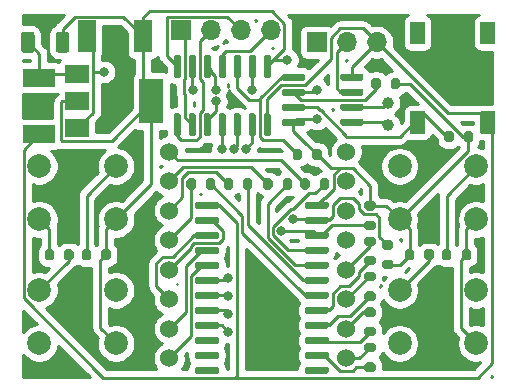
<source format=gtl>
G04 #@! TF.GenerationSoftware,KiCad,Pcbnew,5.1.10*
G04 #@! TF.CreationDate,2021-12-26T14:37:38-06:00*
G04 #@! TF.ProjectId,notawatch,6e6f7461-7761-4746-9368-2e6b69636164,1*
G04 #@! TF.SameCoordinates,Original*
G04 #@! TF.FileFunction,Copper,L1,Top*
G04 #@! TF.FilePolarity,Positive*
%FSLAX46Y46*%
G04 Gerber Fmt 4.6, Leading zero omitted, Abs format (unit mm)*
G04 Created by KiCad (PCBNEW 5.1.10) date 2021-12-26 14:37:38*
%MOMM*%
%LPD*%
G01*
G04 APERTURE LIST*
G04 #@! TA.AperFunction,SMDPad,CuDef*
%ADD10C,0.100000*%
G04 #@! TD*
G04 #@! TA.AperFunction,SMDPad,CuDef*
%ADD11R,1.500000X2.700000*%
G04 #@! TD*
G04 #@! TA.AperFunction,SMDPad,CuDef*
%ADD12R,2.700000X1.500000*%
G04 #@! TD*
G04 #@! TA.AperFunction,ComponentPad*
%ADD13C,2.000000*%
G04 #@! TD*
G04 #@! TA.AperFunction,SMDPad,CuDef*
%ADD14R,2.000000X3.800000*%
G04 #@! TD*
G04 #@! TA.AperFunction,SMDPad,CuDef*
%ADD15R,2.000000X1.500000*%
G04 #@! TD*
G04 #@! TA.AperFunction,ComponentPad*
%ADD16C,1.524000*%
G04 #@! TD*
G04 #@! TA.AperFunction,ComponentPad*
%ADD17C,1.000000*%
G04 #@! TD*
G04 #@! TA.AperFunction,ComponentPad*
%ADD18R,1.700000X1.700000*%
G04 #@! TD*
G04 #@! TA.AperFunction,ComponentPad*
%ADD19O,1.700000X1.700000*%
G04 #@! TD*
G04 #@! TA.AperFunction,ViaPad*
%ADD20C,0.800000*%
G04 #@! TD*
G04 #@! TA.AperFunction,Conductor*
%ADD21C,0.250000*%
G04 #@! TD*
G04 #@! TA.AperFunction,NonConductor*
%ADD22C,0.254000*%
G04 #@! TD*
G04 #@! TA.AperFunction,NonConductor*
%ADD23C,0.100000*%
G04 #@! TD*
G04 APERTURE END LIST*
G04 #@! TA.AperFunction,SMDPad,CuDef*
D10*
G36*
X157350961Y-94310245D02*
G01*
X157353806Y-94300866D01*
X157358427Y-94292221D01*
X157364645Y-94284645D01*
X157372221Y-94278427D01*
X157380866Y-94273806D01*
X157390245Y-94270961D01*
X157400000Y-94270000D01*
X158550000Y-94270000D01*
X158559755Y-94270961D01*
X158569134Y-94273806D01*
X158577779Y-94278427D01*
X158585355Y-94284645D01*
X158591573Y-94292221D01*
X158596194Y-94300866D01*
X158599039Y-94310245D01*
X158600000Y-94320000D01*
X158600000Y-96100000D01*
X158599039Y-96109755D01*
X158596194Y-96119134D01*
X158591573Y-96127779D01*
X158585355Y-96135355D01*
X158577779Y-96141573D01*
X158569134Y-96146194D01*
X158559755Y-96149039D01*
X158550000Y-96150000D01*
X157400000Y-96150000D01*
X157390245Y-96149039D01*
X157380866Y-96146194D01*
X157372221Y-96141573D01*
X157364645Y-96135355D01*
X157358427Y-96127779D01*
X157353806Y-96119134D01*
X157350961Y-96109755D01*
X157350000Y-96100000D01*
X157350000Y-94320000D01*
X157350961Y-94310245D01*
G37*
G04 #@! TD.AperFunction*
G04 #@! TA.AperFunction,SMDPad,CuDef*
G36*
X151400961Y-94310245D02*
G01*
X151403806Y-94300866D01*
X151408427Y-94292221D01*
X151414645Y-94284645D01*
X151422221Y-94278427D01*
X151430866Y-94273806D01*
X151440245Y-94270961D01*
X151450000Y-94270000D01*
X152600000Y-94270000D01*
X152609755Y-94270961D01*
X152619134Y-94273806D01*
X152627779Y-94278427D01*
X152635355Y-94284645D01*
X152641573Y-94292221D01*
X152646194Y-94300866D01*
X152649039Y-94310245D01*
X152650000Y-94320000D01*
X152650000Y-96100000D01*
X152649039Y-96109755D01*
X152646194Y-96119134D01*
X152641573Y-96127779D01*
X152635355Y-96135355D01*
X152627779Y-96141573D01*
X152619134Y-96146194D01*
X152609755Y-96149039D01*
X152600000Y-96150000D01*
X151450000Y-96150000D01*
X151440245Y-96149039D01*
X151430866Y-96146194D01*
X151422221Y-96141573D01*
X151414645Y-96135355D01*
X151408427Y-96127779D01*
X151403806Y-96119134D01*
X151400961Y-96109755D01*
X151400000Y-96100000D01*
X151400000Y-94320000D01*
X151400961Y-94310245D01*
G37*
G04 #@! TD.AperFunction*
G04 #@! TA.AperFunction,SMDPad,CuDef*
G36*
X157350961Y-101890245D02*
G01*
X157353806Y-101880866D01*
X157358427Y-101872221D01*
X157364645Y-101864645D01*
X157372221Y-101858427D01*
X157380866Y-101853806D01*
X157390245Y-101850961D01*
X157400000Y-101850000D01*
X158550000Y-101850000D01*
X158559755Y-101850961D01*
X158569134Y-101853806D01*
X158577779Y-101858427D01*
X158585355Y-101864645D01*
X158591573Y-101872221D01*
X158596194Y-101880866D01*
X158599039Y-101890245D01*
X158600000Y-101900000D01*
X158600000Y-103680000D01*
X158599039Y-103689755D01*
X158596194Y-103699134D01*
X158591573Y-103707779D01*
X158585355Y-103715355D01*
X158577779Y-103721573D01*
X158569134Y-103726194D01*
X158559755Y-103729039D01*
X158550000Y-103730000D01*
X157400000Y-103730000D01*
X157390245Y-103729039D01*
X157380866Y-103726194D01*
X157372221Y-103721573D01*
X157364645Y-103715355D01*
X157358427Y-103707779D01*
X157353806Y-103699134D01*
X157350961Y-103689755D01*
X157350000Y-103680000D01*
X157350000Y-101900000D01*
X157350961Y-101890245D01*
G37*
G04 #@! TD.AperFunction*
G04 #@! TA.AperFunction,SMDPad,CuDef*
G36*
X151400961Y-101890245D02*
G01*
X151403806Y-101880866D01*
X151408427Y-101872221D01*
X151414645Y-101864645D01*
X151422221Y-101858427D01*
X151430866Y-101853806D01*
X151440245Y-101850961D01*
X151450000Y-101850000D01*
X152600000Y-101850000D01*
X152609755Y-101850961D01*
X152619134Y-101853806D01*
X152627779Y-101858427D01*
X152635355Y-101864645D01*
X152641573Y-101872221D01*
X152646194Y-101880866D01*
X152649039Y-101890245D01*
X152650000Y-101900000D01*
X152650000Y-103680000D01*
X152649039Y-103689755D01*
X152646194Y-103699134D01*
X152641573Y-103707779D01*
X152635355Y-103715355D01*
X152627779Y-103721573D01*
X152619134Y-103726194D01*
X152609755Y-103729039D01*
X152600000Y-103730000D01*
X151450000Y-103730000D01*
X151440245Y-103729039D01*
X151430866Y-103726194D01*
X151422221Y-103721573D01*
X151414645Y-103715355D01*
X151408427Y-103707779D01*
X151403806Y-103699134D01*
X151400961Y-103689755D01*
X151400000Y-103680000D01*
X151400000Y-101900000D01*
X151400961Y-101890245D01*
G37*
G04 #@! TD.AperFunction*
D11*
X124000000Y-95500000D03*
X128800000Y-95500000D03*
G04 #@! TA.AperFunction,SMDPad,CuDef*
G36*
G01*
X122550000Y-95349999D02*
X122550000Y-96650001D01*
G75*
G02*
X122300001Y-96900000I-249999J0D01*
G01*
X121649999Y-96900000D01*
G75*
G02*
X121400000Y-96650001I0J249999D01*
G01*
X121400000Y-95349999D01*
G75*
G02*
X121649999Y-95100000I249999J0D01*
G01*
X122300001Y-95100000D01*
G75*
G02*
X122550000Y-95349999I0J-249999D01*
G01*
G37*
G04 #@! TD.AperFunction*
G04 #@! TA.AperFunction,SMDPad,CuDef*
G36*
G01*
X119600000Y-95349999D02*
X119600000Y-96650001D01*
G75*
G02*
X119350001Y-96900000I-249999J0D01*
G01*
X118699999Y-96900000D01*
G75*
G02*
X118450000Y-96650001I0J249999D01*
G01*
X118450000Y-95349999D01*
G75*
G02*
X118699999Y-95100000I249999J0D01*
G01*
X119350001Y-95100000D01*
G75*
G02*
X119600000Y-95349999I0J-249999D01*
G01*
G37*
G04 #@! TD.AperFunction*
D12*
X120000000Y-99000000D03*
X120000000Y-103800000D03*
G04 #@! TA.AperFunction,SMDPad,CuDef*
G36*
G01*
X148275000Y-111900000D02*
X147725000Y-111900000D01*
G75*
G02*
X147525000Y-111700000I0J200000D01*
G01*
X147525000Y-111300000D01*
G75*
G02*
X147725000Y-111100000I200000J0D01*
G01*
X148275000Y-111100000D01*
G75*
G02*
X148475000Y-111300000I0J-200000D01*
G01*
X148475000Y-111700000D01*
G75*
G02*
X148275000Y-111900000I-200000J0D01*
G01*
G37*
G04 #@! TD.AperFunction*
G04 #@! TA.AperFunction,SMDPad,CuDef*
G36*
G01*
X148275000Y-110250000D02*
X147725000Y-110250000D01*
G75*
G02*
X147525000Y-110050000I0J200000D01*
G01*
X147525000Y-109650000D01*
G75*
G02*
X147725000Y-109450000I200000J0D01*
G01*
X148275000Y-109450000D01*
G75*
G02*
X148475000Y-109650000I0J-200000D01*
G01*
X148475000Y-110050000D01*
G75*
G02*
X148275000Y-110250000I-200000J0D01*
G01*
G37*
G04 #@! TD.AperFunction*
G04 #@! TA.AperFunction,SMDPad,CuDef*
G36*
G01*
X120450000Y-114275000D02*
X120450000Y-113725000D01*
G75*
G02*
X120650000Y-113525000I200000J0D01*
G01*
X121050000Y-113525000D01*
G75*
G02*
X121250000Y-113725000I0J-200000D01*
G01*
X121250000Y-114275000D01*
G75*
G02*
X121050000Y-114475000I-200000J0D01*
G01*
X120650000Y-114475000D01*
G75*
G02*
X120450000Y-114275000I0J200000D01*
G01*
G37*
G04 #@! TD.AperFunction*
G04 #@! TA.AperFunction,SMDPad,CuDef*
G36*
G01*
X122100000Y-114275000D02*
X122100000Y-113725000D01*
G75*
G02*
X122300000Y-113525000I200000J0D01*
G01*
X122700000Y-113525000D01*
G75*
G02*
X122900000Y-113725000I0J-200000D01*
G01*
X122900000Y-114275000D01*
G75*
G02*
X122700000Y-114475000I-200000J0D01*
G01*
X122300000Y-114475000D01*
G75*
G02*
X122100000Y-114275000I0J200000D01*
G01*
G37*
G04 #@! TD.AperFunction*
G04 #@! TA.AperFunction,SMDPad,CuDef*
G36*
G01*
X152600000Y-114275000D02*
X152600000Y-113725000D01*
G75*
G02*
X152800000Y-113525000I200000J0D01*
G01*
X153200000Y-113525000D01*
G75*
G02*
X153400000Y-113725000I0J-200000D01*
G01*
X153400000Y-114275000D01*
G75*
G02*
X153200000Y-114475000I-200000J0D01*
G01*
X152800000Y-114475000D01*
G75*
G02*
X152600000Y-114275000I0J200000D01*
G01*
G37*
G04 #@! TD.AperFunction*
G04 #@! TA.AperFunction,SMDPad,CuDef*
G36*
G01*
X150950000Y-114275000D02*
X150950000Y-113725000D01*
G75*
G02*
X151150000Y-113525000I200000J0D01*
G01*
X151550000Y-113525000D01*
G75*
G02*
X151750000Y-113725000I0J-200000D01*
G01*
X151750000Y-114275000D01*
G75*
G02*
X151550000Y-114475000I-200000J0D01*
G01*
X151150000Y-114475000D01*
G75*
G02*
X150950000Y-114275000I0J200000D01*
G01*
G37*
G04 #@! TD.AperFunction*
G04 #@! TA.AperFunction,SMDPad,CuDef*
G36*
G01*
X126050000Y-113725000D02*
X126050000Y-114275000D01*
G75*
G02*
X125850000Y-114475000I-200000J0D01*
G01*
X125450000Y-114475000D01*
G75*
G02*
X125250000Y-114275000I0J200000D01*
G01*
X125250000Y-113725000D01*
G75*
G02*
X125450000Y-113525000I200000J0D01*
G01*
X125850000Y-113525000D01*
G75*
G02*
X126050000Y-113725000I0J-200000D01*
G01*
G37*
G04 #@! TD.AperFunction*
G04 #@! TA.AperFunction,SMDPad,CuDef*
G36*
G01*
X124400000Y-113725000D02*
X124400000Y-114275000D01*
G75*
G02*
X124200000Y-114475000I-200000J0D01*
G01*
X123800000Y-114475000D01*
G75*
G02*
X123600000Y-114275000I0J200000D01*
G01*
X123600000Y-113725000D01*
G75*
G02*
X123800000Y-113525000I200000J0D01*
G01*
X124200000Y-113525000D01*
G75*
G02*
X124400000Y-113725000I0J-200000D01*
G01*
G37*
G04 #@! TD.AperFunction*
G04 #@! TA.AperFunction,SMDPad,CuDef*
G36*
G01*
X154900000Y-113725000D02*
X154900000Y-114275000D01*
G75*
G02*
X154700000Y-114475000I-200000J0D01*
G01*
X154300000Y-114475000D01*
G75*
G02*
X154100000Y-114275000I0J200000D01*
G01*
X154100000Y-113725000D01*
G75*
G02*
X154300000Y-113525000I200000J0D01*
G01*
X154700000Y-113525000D01*
G75*
G02*
X154900000Y-113725000I0J-200000D01*
G01*
G37*
G04 #@! TD.AperFunction*
G04 #@! TA.AperFunction,SMDPad,CuDef*
G36*
G01*
X156550000Y-113725000D02*
X156550000Y-114275000D01*
G75*
G02*
X156350000Y-114475000I-200000J0D01*
G01*
X155950000Y-114475000D01*
G75*
G02*
X155750000Y-114275000I0J200000D01*
G01*
X155750000Y-113725000D01*
G75*
G02*
X155950000Y-113525000I200000J0D01*
G01*
X156350000Y-113525000D01*
G75*
G02*
X156550000Y-113725000I0J-200000D01*
G01*
G37*
G04 #@! TD.AperFunction*
G04 #@! TA.AperFunction,SMDPad,CuDef*
G36*
G01*
X149225000Y-114425000D02*
X149775000Y-114425000D01*
G75*
G02*
X149975000Y-114625000I0J-200000D01*
G01*
X149975000Y-115025000D01*
G75*
G02*
X149775000Y-115225000I-200000J0D01*
G01*
X149225000Y-115225000D01*
G75*
G02*
X149025000Y-115025000I0J200000D01*
G01*
X149025000Y-114625000D01*
G75*
G02*
X149225000Y-114425000I200000J0D01*
G01*
G37*
G04 #@! TD.AperFunction*
G04 #@! TA.AperFunction,SMDPad,CuDef*
G36*
G01*
X149225000Y-112775000D02*
X149775000Y-112775000D01*
G75*
G02*
X149975000Y-112975000I0J-200000D01*
G01*
X149975000Y-113375000D01*
G75*
G02*
X149775000Y-113575000I-200000J0D01*
G01*
X149225000Y-113575000D01*
G75*
G02*
X149025000Y-113375000I0J200000D01*
G01*
X149025000Y-112975000D01*
G75*
G02*
X149225000Y-112775000I200000J0D01*
G01*
G37*
G04 #@! TD.AperFunction*
G04 #@! TA.AperFunction,SMDPad,CuDef*
G36*
G01*
X142250000Y-105225000D02*
X142250000Y-105775000D01*
G75*
G02*
X142050000Y-105975000I-200000J0D01*
G01*
X141650000Y-105975000D01*
G75*
G02*
X141450000Y-105775000I0J200000D01*
G01*
X141450000Y-105225000D01*
G75*
G02*
X141650000Y-105025000I200000J0D01*
G01*
X142050000Y-105025000D01*
G75*
G02*
X142250000Y-105225000I0J-200000D01*
G01*
G37*
G04 #@! TD.AperFunction*
G04 #@! TA.AperFunction,SMDPad,CuDef*
G36*
G01*
X143900000Y-105225000D02*
X143900000Y-105775000D01*
G75*
G02*
X143700000Y-105975000I-200000J0D01*
G01*
X143300000Y-105975000D01*
G75*
G02*
X143100000Y-105775000I0J200000D01*
G01*
X143100000Y-105225000D01*
G75*
G02*
X143300000Y-105025000I200000J0D01*
G01*
X143700000Y-105025000D01*
G75*
G02*
X143900000Y-105225000I0J-200000D01*
G01*
G37*
G04 #@! TD.AperFunction*
G04 #@! TA.AperFunction,SMDPad,CuDef*
G36*
G01*
X150550000Y-99225000D02*
X150550000Y-99775000D01*
G75*
G02*
X150350000Y-99975000I-200000J0D01*
G01*
X149950000Y-99975000D01*
G75*
G02*
X149750000Y-99775000I0J200000D01*
G01*
X149750000Y-99225000D01*
G75*
G02*
X149950000Y-99025000I200000J0D01*
G01*
X150350000Y-99025000D01*
G75*
G02*
X150550000Y-99225000I0J-200000D01*
G01*
G37*
G04 #@! TD.AperFunction*
G04 #@! TA.AperFunction,SMDPad,CuDef*
G36*
G01*
X148900000Y-99225000D02*
X148900000Y-99775000D01*
G75*
G02*
X148700000Y-99975000I-200000J0D01*
G01*
X148300000Y-99975000D01*
G75*
G02*
X148100000Y-99775000I0J200000D01*
G01*
X148100000Y-99225000D01*
G75*
G02*
X148300000Y-99025000I200000J0D01*
G01*
X148700000Y-99025000D01*
G75*
G02*
X148900000Y-99225000I0J-200000D01*
G01*
G37*
G04 #@! TD.AperFunction*
G04 #@! TA.AperFunction,SMDPad,CuDef*
G36*
G01*
X155075000Y-103725000D02*
X155075000Y-104275000D01*
G75*
G02*
X154875000Y-104475000I-200000J0D01*
G01*
X154475000Y-104475000D01*
G75*
G02*
X154275000Y-104275000I0J200000D01*
G01*
X154275000Y-103725000D01*
G75*
G02*
X154475000Y-103525000I200000J0D01*
G01*
X154875000Y-103525000D01*
G75*
G02*
X155075000Y-103725000I0J-200000D01*
G01*
G37*
G04 #@! TD.AperFunction*
G04 #@! TA.AperFunction,SMDPad,CuDef*
G36*
G01*
X156725000Y-103725000D02*
X156725000Y-104275000D01*
G75*
G02*
X156525000Y-104475000I-200000J0D01*
G01*
X156125000Y-104475000D01*
G75*
G02*
X155925000Y-104275000I0J200000D01*
G01*
X155925000Y-103725000D01*
G75*
G02*
X156125000Y-103525000I200000J0D01*
G01*
X156525000Y-103525000D01*
G75*
G02*
X156725000Y-103725000I0J-200000D01*
G01*
G37*
G04 #@! TD.AperFunction*
G04 #@! TA.AperFunction,SMDPad,CuDef*
G36*
G01*
X147725000Y-118450000D02*
X148275000Y-118450000D01*
G75*
G02*
X148475000Y-118650000I0J-200000D01*
G01*
X148475000Y-119050000D01*
G75*
G02*
X148275000Y-119250000I-200000J0D01*
G01*
X147725000Y-119250000D01*
G75*
G02*
X147525000Y-119050000I0J200000D01*
G01*
X147525000Y-118650000D01*
G75*
G02*
X147725000Y-118450000I200000J0D01*
G01*
G37*
G04 #@! TD.AperFunction*
G04 #@! TA.AperFunction,SMDPad,CuDef*
G36*
G01*
X147725000Y-120100000D02*
X148275000Y-120100000D01*
G75*
G02*
X148475000Y-120300000I0J-200000D01*
G01*
X148475000Y-120700000D01*
G75*
G02*
X148275000Y-120900000I-200000J0D01*
G01*
X147725000Y-120900000D01*
G75*
G02*
X147525000Y-120700000I0J200000D01*
G01*
X147525000Y-120300000D01*
G75*
G02*
X147725000Y-120100000I200000J0D01*
G01*
G37*
G04 #@! TD.AperFunction*
G04 #@! TA.AperFunction,SMDPad,CuDef*
G36*
G01*
X147725000Y-112450000D02*
X148275000Y-112450000D01*
G75*
G02*
X148475000Y-112650000I0J-200000D01*
G01*
X148475000Y-113050000D01*
G75*
G02*
X148275000Y-113250000I-200000J0D01*
G01*
X147725000Y-113250000D01*
G75*
G02*
X147525000Y-113050000I0J200000D01*
G01*
X147525000Y-112650000D01*
G75*
G02*
X147725000Y-112450000I200000J0D01*
G01*
G37*
G04 #@! TD.AperFunction*
G04 #@! TA.AperFunction,SMDPad,CuDef*
G36*
G01*
X147725000Y-114100000D02*
X148275000Y-114100000D01*
G75*
G02*
X148475000Y-114300000I0J-200000D01*
G01*
X148475000Y-114700000D01*
G75*
G02*
X148275000Y-114900000I-200000J0D01*
G01*
X147725000Y-114900000D01*
G75*
G02*
X147525000Y-114700000I0J200000D01*
G01*
X147525000Y-114300000D01*
G75*
G02*
X147725000Y-114100000I200000J0D01*
G01*
G37*
G04 #@! TD.AperFunction*
G04 #@! TA.AperFunction,SMDPad,CuDef*
G36*
G01*
X137250000Y-108275000D02*
X137250000Y-107725000D01*
G75*
G02*
X137450000Y-107525000I200000J0D01*
G01*
X137850000Y-107525000D01*
G75*
G02*
X138050000Y-107725000I0J-200000D01*
G01*
X138050000Y-108275000D01*
G75*
G02*
X137850000Y-108475000I-200000J0D01*
G01*
X137450000Y-108475000D01*
G75*
G02*
X137250000Y-108275000I0J200000D01*
G01*
G37*
G04 #@! TD.AperFunction*
G04 #@! TA.AperFunction,SMDPad,CuDef*
G36*
G01*
X135600000Y-108275000D02*
X135600000Y-107725000D01*
G75*
G02*
X135800000Y-107525000I200000J0D01*
G01*
X136200000Y-107525000D01*
G75*
G02*
X136400000Y-107725000I0J-200000D01*
G01*
X136400000Y-108275000D01*
G75*
G02*
X136200000Y-108475000I-200000J0D01*
G01*
X135800000Y-108475000D01*
G75*
G02*
X135600000Y-108275000I0J200000D01*
G01*
G37*
G04 #@! TD.AperFunction*
G04 #@! TA.AperFunction,SMDPad,CuDef*
G36*
G01*
X143750000Y-108275000D02*
X143750000Y-107725000D01*
G75*
G02*
X143950000Y-107525000I200000J0D01*
G01*
X144350000Y-107525000D01*
G75*
G02*
X144550000Y-107725000I0J-200000D01*
G01*
X144550000Y-108275000D01*
G75*
G02*
X144350000Y-108475000I-200000J0D01*
G01*
X143950000Y-108475000D01*
G75*
G02*
X143750000Y-108275000I0J200000D01*
G01*
G37*
G04 #@! TD.AperFunction*
G04 #@! TA.AperFunction,SMDPad,CuDef*
G36*
G01*
X142100000Y-108275000D02*
X142100000Y-107725000D01*
G75*
G02*
X142300000Y-107525000I200000J0D01*
G01*
X142700000Y-107525000D01*
G75*
G02*
X142900000Y-107725000I0J-200000D01*
G01*
X142900000Y-108275000D01*
G75*
G02*
X142700000Y-108475000I-200000J0D01*
G01*
X142300000Y-108475000D01*
G75*
G02*
X142100000Y-108275000I0J200000D01*
G01*
G37*
G04 #@! TD.AperFunction*
G04 #@! TA.AperFunction,SMDPad,CuDef*
G36*
G01*
X147725000Y-121450000D02*
X148275000Y-121450000D01*
G75*
G02*
X148475000Y-121650000I0J-200000D01*
G01*
X148475000Y-122050000D01*
G75*
G02*
X148275000Y-122250000I-200000J0D01*
G01*
X147725000Y-122250000D01*
G75*
G02*
X147525000Y-122050000I0J200000D01*
G01*
X147525000Y-121650000D01*
G75*
G02*
X147725000Y-121450000I200000J0D01*
G01*
G37*
G04 #@! TD.AperFunction*
G04 #@! TA.AperFunction,SMDPad,CuDef*
G36*
G01*
X147725000Y-123100000D02*
X148275000Y-123100000D01*
G75*
G02*
X148475000Y-123300000I0J-200000D01*
G01*
X148475000Y-123700000D01*
G75*
G02*
X148275000Y-123900000I-200000J0D01*
G01*
X147725000Y-123900000D01*
G75*
G02*
X147525000Y-123700000I0J200000D01*
G01*
X147525000Y-123300000D01*
G75*
G02*
X147725000Y-123100000I200000J0D01*
G01*
G37*
G04 #@! TD.AperFunction*
G04 #@! TA.AperFunction,SMDPad,CuDef*
G36*
G01*
X147725000Y-117100000D02*
X148275000Y-117100000D01*
G75*
G02*
X148475000Y-117300000I0J-200000D01*
G01*
X148475000Y-117700000D01*
G75*
G02*
X148275000Y-117900000I-200000J0D01*
G01*
X147725000Y-117900000D01*
G75*
G02*
X147525000Y-117700000I0J200000D01*
G01*
X147525000Y-117300000D01*
G75*
G02*
X147725000Y-117100000I200000J0D01*
G01*
G37*
G04 #@! TD.AperFunction*
G04 #@! TA.AperFunction,SMDPad,CuDef*
G36*
G01*
X147725000Y-115450000D02*
X148275000Y-115450000D01*
G75*
G02*
X148475000Y-115650000I0J-200000D01*
G01*
X148475000Y-116050000D01*
G75*
G02*
X148275000Y-116250000I-200000J0D01*
G01*
X147725000Y-116250000D01*
G75*
G02*
X147525000Y-116050000I0J200000D01*
G01*
X147525000Y-115650000D01*
G75*
G02*
X147725000Y-115450000I200000J0D01*
G01*
G37*
G04 #@! TD.AperFunction*
G04 #@! TA.AperFunction,SMDPad,CuDef*
G36*
G01*
X132450000Y-108275000D02*
X132450000Y-107725000D01*
G75*
G02*
X132650000Y-107525000I200000J0D01*
G01*
X133050000Y-107525000D01*
G75*
G02*
X133250000Y-107725000I0J-200000D01*
G01*
X133250000Y-108275000D01*
G75*
G02*
X133050000Y-108475000I-200000J0D01*
G01*
X132650000Y-108475000D01*
G75*
G02*
X132450000Y-108275000I0J200000D01*
G01*
G37*
G04 #@! TD.AperFunction*
G04 #@! TA.AperFunction,SMDPad,CuDef*
G36*
G01*
X134100000Y-108275000D02*
X134100000Y-107725000D01*
G75*
G02*
X134300000Y-107525000I200000J0D01*
G01*
X134700000Y-107525000D01*
G75*
G02*
X134900000Y-107725000I0J-200000D01*
G01*
X134900000Y-108275000D01*
G75*
G02*
X134700000Y-108475000I-200000J0D01*
G01*
X134300000Y-108475000D01*
G75*
G02*
X134100000Y-108275000I0J200000D01*
G01*
G37*
G04 #@! TD.AperFunction*
G04 #@! TA.AperFunction,SMDPad,CuDef*
G36*
G01*
X138950000Y-108275000D02*
X138950000Y-107725000D01*
G75*
G02*
X139150000Y-107525000I200000J0D01*
G01*
X139550000Y-107525000D01*
G75*
G02*
X139750000Y-107725000I0J-200000D01*
G01*
X139750000Y-108275000D01*
G75*
G02*
X139550000Y-108475000I-200000J0D01*
G01*
X139150000Y-108475000D01*
G75*
G02*
X138950000Y-108275000I0J200000D01*
G01*
G37*
G04 #@! TD.AperFunction*
G04 #@! TA.AperFunction,SMDPad,CuDef*
G36*
G01*
X140600000Y-108275000D02*
X140600000Y-107725000D01*
G75*
G02*
X140800000Y-107525000I200000J0D01*
G01*
X141200000Y-107525000D01*
G75*
G02*
X141400000Y-107725000I0J-200000D01*
G01*
X141400000Y-108275000D01*
G75*
G02*
X141200000Y-108475000I-200000J0D01*
G01*
X140800000Y-108475000D01*
G75*
G02*
X140600000Y-108275000I0J200000D01*
G01*
G37*
G04 #@! TD.AperFunction*
D13*
X126500000Y-106500000D03*
X126500000Y-111000000D03*
X120000000Y-106500000D03*
X120000000Y-111000000D03*
X120000000Y-121500000D03*
X120000000Y-117000000D03*
X126500000Y-121500000D03*
X126500000Y-117000000D03*
X150500000Y-111000000D03*
X150500000Y-106500000D03*
X157000000Y-111000000D03*
X157000000Y-106500000D03*
X157000000Y-117000000D03*
X157000000Y-121500000D03*
X150500000Y-117000000D03*
X150500000Y-121500000D03*
D14*
X129500000Y-101000000D03*
D15*
X123200000Y-101000000D03*
X123200000Y-103300000D03*
X123200000Y-98700000D03*
G04 #@! TA.AperFunction,SMDPad,CuDef*
G36*
G01*
X139160000Y-97075000D02*
X139460000Y-97075000D01*
G75*
G02*
X139610000Y-97225000I0J-150000D01*
G01*
X139610000Y-98875000D01*
G75*
G02*
X139460000Y-99025000I-150000J0D01*
G01*
X139160000Y-99025000D01*
G75*
G02*
X139010000Y-98875000I0J150000D01*
G01*
X139010000Y-97225000D01*
G75*
G02*
X139160000Y-97075000I150000J0D01*
G01*
G37*
G04 #@! TD.AperFunction*
G04 #@! TA.AperFunction,SMDPad,CuDef*
G36*
G01*
X137890000Y-97075000D02*
X138190000Y-97075000D01*
G75*
G02*
X138340000Y-97225000I0J-150000D01*
G01*
X138340000Y-98875000D01*
G75*
G02*
X138190000Y-99025000I-150000J0D01*
G01*
X137890000Y-99025000D01*
G75*
G02*
X137740000Y-98875000I0J150000D01*
G01*
X137740000Y-97225000D01*
G75*
G02*
X137890000Y-97075000I150000J0D01*
G01*
G37*
G04 #@! TD.AperFunction*
G04 #@! TA.AperFunction,SMDPad,CuDef*
G36*
G01*
X136620000Y-97075000D02*
X136920000Y-97075000D01*
G75*
G02*
X137070000Y-97225000I0J-150000D01*
G01*
X137070000Y-98875000D01*
G75*
G02*
X136920000Y-99025000I-150000J0D01*
G01*
X136620000Y-99025000D01*
G75*
G02*
X136470000Y-98875000I0J150000D01*
G01*
X136470000Y-97225000D01*
G75*
G02*
X136620000Y-97075000I150000J0D01*
G01*
G37*
G04 #@! TD.AperFunction*
G04 #@! TA.AperFunction,SMDPad,CuDef*
G36*
G01*
X135350000Y-97075000D02*
X135650000Y-97075000D01*
G75*
G02*
X135800000Y-97225000I0J-150000D01*
G01*
X135800000Y-98875000D01*
G75*
G02*
X135650000Y-99025000I-150000J0D01*
G01*
X135350000Y-99025000D01*
G75*
G02*
X135200000Y-98875000I0J150000D01*
G01*
X135200000Y-97225000D01*
G75*
G02*
X135350000Y-97075000I150000J0D01*
G01*
G37*
G04 #@! TD.AperFunction*
G04 #@! TA.AperFunction,SMDPad,CuDef*
G36*
G01*
X134080000Y-97075000D02*
X134380000Y-97075000D01*
G75*
G02*
X134530000Y-97225000I0J-150000D01*
G01*
X134530000Y-98875000D01*
G75*
G02*
X134380000Y-99025000I-150000J0D01*
G01*
X134080000Y-99025000D01*
G75*
G02*
X133930000Y-98875000I0J150000D01*
G01*
X133930000Y-97225000D01*
G75*
G02*
X134080000Y-97075000I150000J0D01*
G01*
G37*
G04 #@! TD.AperFunction*
G04 #@! TA.AperFunction,SMDPad,CuDef*
G36*
G01*
X132810000Y-97075000D02*
X133110000Y-97075000D01*
G75*
G02*
X133260000Y-97225000I0J-150000D01*
G01*
X133260000Y-98875000D01*
G75*
G02*
X133110000Y-99025000I-150000J0D01*
G01*
X132810000Y-99025000D01*
G75*
G02*
X132660000Y-98875000I0J150000D01*
G01*
X132660000Y-97225000D01*
G75*
G02*
X132810000Y-97075000I150000J0D01*
G01*
G37*
G04 #@! TD.AperFunction*
G04 #@! TA.AperFunction,SMDPad,CuDef*
G36*
G01*
X131540000Y-97075000D02*
X131840000Y-97075000D01*
G75*
G02*
X131990000Y-97225000I0J-150000D01*
G01*
X131990000Y-98875000D01*
G75*
G02*
X131840000Y-99025000I-150000J0D01*
G01*
X131540000Y-99025000D01*
G75*
G02*
X131390000Y-98875000I0J150000D01*
G01*
X131390000Y-97225000D01*
G75*
G02*
X131540000Y-97075000I150000J0D01*
G01*
G37*
G04 #@! TD.AperFunction*
G04 #@! TA.AperFunction,SMDPad,CuDef*
G36*
G01*
X131540000Y-102025000D02*
X131840000Y-102025000D01*
G75*
G02*
X131990000Y-102175000I0J-150000D01*
G01*
X131990000Y-103825000D01*
G75*
G02*
X131840000Y-103975000I-150000J0D01*
G01*
X131540000Y-103975000D01*
G75*
G02*
X131390000Y-103825000I0J150000D01*
G01*
X131390000Y-102175000D01*
G75*
G02*
X131540000Y-102025000I150000J0D01*
G01*
G37*
G04 #@! TD.AperFunction*
G04 #@! TA.AperFunction,SMDPad,CuDef*
G36*
G01*
X132810000Y-102025000D02*
X133110000Y-102025000D01*
G75*
G02*
X133260000Y-102175000I0J-150000D01*
G01*
X133260000Y-103825000D01*
G75*
G02*
X133110000Y-103975000I-150000J0D01*
G01*
X132810000Y-103975000D01*
G75*
G02*
X132660000Y-103825000I0J150000D01*
G01*
X132660000Y-102175000D01*
G75*
G02*
X132810000Y-102025000I150000J0D01*
G01*
G37*
G04 #@! TD.AperFunction*
G04 #@! TA.AperFunction,SMDPad,CuDef*
G36*
G01*
X134080000Y-102025000D02*
X134380000Y-102025000D01*
G75*
G02*
X134530000Y-102175000I0J-150000D01*
G01*
X134530000Y-103825000D01*
G75*
G02*
X134380000Y-103975000I-150000J0D01*
G01*
X134080000Y-103975000D01*
G75*
G02*
X133930000Y-103825000I0J150000D01*
G01*
X133930000Y-102175000D01*
G75*
G02*
X134080000Y-102025000I150000J0D01*
G01*
G37*
G04 #@! TD.AperFunction*
G04 #@! TA.AperFunction,SMDPad,CuDef*
G36*
G01*
X135350000Y-102025000D02*
X135650000Y-102025000D01*
G75*
G02*
X135800000Y-102175000I0J-150000D01*
G01*
X135800000Y-103825000D01*
G75*
G02*
X135650000Y-103975000I-150000J0D01*
G01*
X135350000Y-103975000D01*
G75*
G02*
X135200000Y-103825000I0J150000D01*
G01*
X135200000Y-102175000D01*
G75*
G02*
X135350000Y-102025000I150000J0D01*
G01*
G37*
G04 #@! TD.AperFunction*
G04 #@! TA.AperFunction,SMDPad,CuDef*
G36*
G01*
X136620000Y-102025000D02*
X136920000Y-102025000D01*
G75*
G02*
X137070000Y-102175000I0J-150000D01*
G01*
X137070000Y-103825000D01*
G75*
G02*
X136920000Y-103975000I-150000J0D01*
G01*
X136620000Y-103975000D01*
G75*
G02*
X136470000Y-103825000I0J150000D01*
G01*
X136470000Y-102175000D01*
G75*
G02*
X136620000Y-102025000I150000J0D01*
G01*
G37*
G04 #@! TD.AperFunction*
G04 #@! TA.AperFunction,SMDPad,CuDef*
G36*
G01*
X137890000Y-102025000D02*
X138190000Y-102025000D01*
G75*
G02*
X138340000Y-102175000I0J-150000D01*
G01*
X138340000Y-103825000D01*
G75*
G02*
X138190000Y-103975000I-150000J0D01*
G01*
X137890000Y-103975000D01*
G75*
G02*
X137740000Y-103825000I0J150000D01*
G01*
X137740000Y-102175000D01*
G75*
G02*
X137890000Y-102025000I150000J0D01*
G01*
G37*
G04 #@! TD.AperFunction*
G04 #@! TA.AperFunction,SMDPad,CuDef*
G36*
G01*
X139160000Y-102025000D02*
X139460000Y-102025000D01*
G75*
G02*
X139610000Y-102175000I0J-150000D01*
G01*
X139610000Y-103825000D01*
G75*
G02*
X139460000Y-103975000I-150000J0D01*
G01*
X139160000Y-103975000D01*
G75*
G02*
X139010000Y-103825000I0J150000D01*
G01*
X139010000Y-102175000D01*
G75*
G02*
X139160000Y-102025000I150000J0D01*
G01*
G37*
G04 #@! TD.AperFunction*
G04 #@! TA.AperFunction,SMDPad,CuDef*
G36*
G01*
X147450000Y-102620000D02*
X147450000Y-102920000D01*
G75*
G02*
X147300000Y-103070000I-150000J0D01*
G01*
X145650000Y-103070000D01*
G75*
G02*
X145500000Y-102920000I0J150000D01*
G01*
X145500000Y-102620000D01*
G75*
G02*
X145650000Y-102470000I150000J0D01*
G01*
X147300000Y-102470000D01*
G75*
G02*
X147450000Y-102620000I0J-150000D01*
G01*
G37*
G04 #@! TD.AperFunction*
G04 #@! TA.AperFunction,SMDPad,CuDef*
G36*
G01*
X147450000Y-101350000D02*
X147450000Y-101650000D01*
G75*
G02*
X147300000Y-101800000I-150000J0D01*
G01*
X145650000Y-101800000D01*
G75*
G02*
X145500000Y-101650000I0J150000D01*
G01*
X145500000Y-101350000D01*
G75*
G02*
X145650000Y-101200000I150000J0D01*
G01*
X147300000Y-101200000D01*
G75*
G02*
X147450000Y-101350000I0J-150000D01*
G01*
G37*
G04 #@! TD.AperFunction*
G04 #@! TA.AperFunction,SMDPad,CuDef*
G36*
G01*
X147450000Y-100080000D02*
X147450000Y-100380000D01*
G75*
G02*
X147300000Y-100530000I-150000J0D01*
G01*
X145650000Y-100530000D01*
G75*
G02*
X145500000Y-100380000I0J150000D01*
G01*
X145500000Y-100080000D01*
G75*
G02*
X145650000Y-99930000I150000J0D01*
G01*
X147300000Y-99930000D01*
G75*
G02*
X147450000Y-100080000I0J-150000D01*
G01*
G37*
G04 #@! TD.AperFunction*
G04 #@! TA.AperFunction,SMDPad,CuDef*
G36*
G01*
X147450000Y-98810000D02*
X147450000Y-99110000D01*
G75*
G02*
X147300000Y-99260000I-150000J0D01*
G01*
X145650000Y-99260000D01*
G75*
G02*
X145500000Y-99110000I0J150000D01*
G01*
X145500000Y-98810000D01*
G75*
G02*
X145650000Y-98660000I150000J0D01*
G01*
X147300000Y-98660000D01*
G75*
G02*
X147450000Y-98810000I0J-150000D01*
G01*
G37*
G04 #@! TD.AperFunction*
G04 #@! TA.AperFunction,SMDPad,CuDef*
G36*
G01*
X142500000Y-98810000D02*
X142500000Y-99110000D01*
G75*
G02*
X142350000Y-99260000I-150000J0D01*
G01*
X140700000Y-99260000D01*
G75*
G02*
X140550000Y-99110000I0J150000D01*
G01*
X140550000Y-98810000D01*
G75*
G02*
X140700000Y-98660000I150000J0D01*
G01*
X142350000Y-98660000D01*
G75*
G02*
X142500000Y-98810000I0J-150000D01*
G01*
G37*
G04 #@! TD.AperFunction*
G04 #@! TA.AperFunction,SMDPad,CuDef*
G36*
G01*
X142500000Y-100080000D02*
X142500000Y-100380000D01*
G75*
G02*
X142350000Y-100530000I-150000J0D01*
G01*
X140700000Y-100530000D01*
G75*
G02*
X140550000Y-100380000I0J150000D01*
G01*
X140550000Y-100080000D01*
G75*
G02*
X140700000Y-99930000I150000J0D01*
G01*
X142350000Y-99930000D01*
G75*
G02*
X142500000Y-100080000I0J-150000D01*
G01*
G37*
G04 #@! TD.AperFunction*
G04 #@! TA.AperFunction,SMDPad,CuDef*
G36*
G01*
X142500000Y-101350000D02*
X142500000Y-101650000D01*
G75*
G02*
X142350000Y-101800000I-150000J0D01*
G01*
X140700000Y-101800000D01*
G75*
G02*
X140550000Y-101650000I0J150000D01*
G01*
X140550000Y-101350000D01*
G75*
G02*
X140700000Y-101200000I150000J0D01*
G01*
X142350000Y-101200000D01*
G75*
G02*
X142500000Y-101350000I0J-150000D01*
G01*
G37*
G04 #@! TD.AperFunction*
G04 #@! TA.AperFunction,SMDPad,CuDef*
G36*
G01*
X142500000Y-102620000D02*
X142500000Y-102920000D01*
G75*
G02*
X142350000Y-103070000I-150000J0D01*
G01*
X140700000Y-103070000D01*
G75*
G02*
X140550000Y-102920000I0J150000D01*
G01*
X140550000Y-102620000D01*
G75*
G02*
X140700000Y-102470000I150000J0D01*
G01*
X142350000Y-102470000D01*
G75*
G02*
X142500000Y-102620000I0J-150000D01*
G01*
G37*
G04 #@! TD.AperFunction*
G04 #@! TA.AperFunction,SMDPad,CuDef*
G36*
G01*
X133175000Y-109950000D02*
X133175000Y-109650000D01*
G75*
G02*
X133325000Y-109500000I150000J0D01*
G01*
X135075000Y-109500000D01*
G75*
G02*
X135225000Y-109650000I0J-150000D01*
G01*
X135225000Y-109950000D01*
G75*
G02*
X135075000Y-110100000I-150000J0D01*
G01*
X133325000Y-110100000D01*
G75*
G02*
X133175000Y-109950000I0J150000D01*
G01*
G37*
G04 #@! TD.AperFunction*
G04 #@! TA.AperFunction,SMDPad,CuDef*
G36*
G01*
X133175000Y-111220000D02*
X133175000Y-110920000D01*
G75*
G02*
X133325000Y-110770000I150000J0D01*
G01*
X135075000Y-110770000D01*
G75*
G02*
X135225000Y-110920000I0J-150000D01*
G01*
X135225000Y-111220000D01*
G75*
G02*
X135075000Y-111370000I-150000J0D01*
G01*
X133325000Y-111370000D01*
G75*
G02*
X133175000Y-111220000I0J150000D01*
G01*
G37*
G04 #@! TD.AperFunction*
G04 #@! TA.AperFunction,SMDPad,CuDef*
G36*
G01*
X133175000Y-112490000D02*
X133175000Y-112190000D01*
G75*
G02*
X133325000Y-112040000I150000J0D01*
G01*
X135075000Y-112040000D01*
G75*
G02*
X135225000Y-112190000I0J-150000D01*
G01*
X135225000Y-112490000D01*
G75*
G02*
X135075000Y-112640000I-150000J0D01*
G01*
X133325000Y-112640000D01*
G75*
G02*
X133175000Y-112490000I0J150000D01*
G01*
G37*
G04 #@! TD.AperFunction*
G04 #@! TA.AperFunction,SMDPad,CuDef*
G36*
G01*
X133175000Y-113760000D02*
X133175000Y-113460000D01*
G75*
G02*
X133325000Y-113310000I150000J0D01*
G01*
X135075000Y-113310000D01*
G75*
G02*
X135225000Y-113460000I0J-150000D01*
G01*
X135225000Y-113760000D01*
G75*
G02*
X135075000Y-113910000I-150000J0D01*
G01*
X133325000Y-113910000D01*
G75*
G02*
X133175000Y-113760000I0J150000D01*
G01*
G37*
G04 #@! TD.AperFunction*
G04 #@! TA.AperFunction,SMDPad,CuDef*
G36*
G01*
X133175000Y-115030000D02*
X133175000Y-114730000D01*
G75*
G02*
X133325000Y-114580000I150000J0D01*
G01*
X135075000Y-114580000D01*
G75*
G02*
X135225000Y-114730000I0J-150000D01*
G01*
X135225000Y-115030000D01*
G75*
G02*
X135075000Y-115180000I-150000J0D01*
G01*
X133325000Y-115180000D01*
G75*
G02*
X133175000Y-115030000I0J150000D01*
G01*
G37*
G04 #@! TD.AperFunction*
G04 #@! TA.AperFunction,SMDPad,CuDef*
G36*
G01*
X133175000Y-116300000D02*
X133175000Y-116000000D01*
G75*
G02*
X133325000Y-115850000I150000J0D01*
G01*
X135075000Y-115850000D01*
G75*
G02*
X135225000Y-116000000I0J-150000D01*
G01*
X135225000Y-116300000D01*
G75*
G02*
X135075000Y-116450000I-150000J0D01*
G01*
X133325000Y-116450000D01*
G75*
G02*
X133175000Y-116300000I0J150000D01*
G01*
G37*
G04 #@! TD.AperFunction*
G04 #@! TA.AperFunction,SMDPad,CuDef*
G36*
G01*
X133175000Y-117570000D02*
X133175000Y-117270000D01*
G75*
G02*
X133325000Y-117120000I150000J0D01*
G01*
X135075000Y-117120000D01*
G75*
G02*
X135225000Y-117270000I0J-150000D01*
G01*
X135225000Y-117570000D01*
G75*
G02*
X135075000Y-117720000I-150000J0D01*
G01*
X133325000Y-117720000D01*
G75*
G02*
X133175000Y-117570000I0J150000D01*
G01*
G37*
G04 #@! TD.AperFunction*
G04 #@! TA.AperFunction,SMDPad,CuDef*
G36*
G01*
X133175000Y-118840000D02*
X133175000Y-118540000D01*
G75*
G02*
X133325000Y-118390000I150000J0D01*
G01*
X135075000Y-118390000D01*
G75*
G02*
X135225000Y-118540000I0J-150000D01*
G01*
X135225000Y-118840000D01*
G75*
G02*
X135075000Y-118990000I-150000J0D01*
G01*
X133325000Y-118990000D01*
G75*
G02*
X133175000Y-118840000I0J150000D01*
G01*
G37*
G04 #@! TD.AperFunction*
G04 #@! TA.AperFunction,SMDPad,CuDef*
G36*
G01*
X133175000Y-120110000D02*
X133175000Y-119810000D01*
G75*
G02*
X133325000Y-119660000I150000J0D01*
G01*
X135075000Y-119660000D01*
G75*
G02*
X135225000Y-119810000I0J-150000D01*
G01*
X135225000Y-120110000D01*
G75*
G02*
X135075000Y-120260000I-150000J0D01*
G01*
X133325000Y-120260000D01*
G75*
G02*
X133175000Y-120110000I0J150000D01*
G01*
G37*
G04 #@! TD.AperFunction*
G04 #@! TA.AperFunction,SMDPad,CuDef*
G36*
G01*
X133175000Y-121380000D02*
X133175000Y-121080000D01*
G75*
G02*
X133325000Y-120930000I150000J0D01*
G01*
X135075000Y-120930000D01*
G75*
G02*
X135225000Y-121080000I0J-150000D01*
G01*
X135225000Y-121380000D01*
G75*
G02*
X135075000Y-121530000I-150000J0D01*
G01*
X133325000Y-121530000D01*
G75*
G02*
X133175000Y-121380000I0J150000D01*
G01*
G37*
G04 #@! TD.AperFunction*
G04 #@! TA.AperFunction,SMDPad,CuDef*
G36*
G01*
X133175000Y-122650000D02*
X133175000Y-122350000D01*
G75*
G02*
X133325000Y-122200000I150000J0D01*
G01*
X135075000Y-122200000D01*
G75*
G02*
X135225000Y-122350000I0J-150000D01*
G01*
X135225000Y-122650000D01*
G75*
G02*
X135075000Y-122800000I-150000J0D01*
G01*
X133325000Y-122800000D01*
G75*
G02*
X133175000Y-122650000I0J150000D01*
G01*
G37*
G04 #@! TD.AperFunction*
G04 #@! TA.AperFunction,SMDPad,CuDef*
G36*
G01*
X133175000Y-123920000D02*
X133175000Y-123620000D01*
G75*
G02*
X133325000Y-123470000I150000J0D01*
G01*
X135075000Y-123470000D01*
G75*
G02*
X135225000Y-123620000I0J-150000D01*
G01*
X135225000Y-123920000D01*
G75*
G02*
X135075000Y-124070000I-150000J0D01*
G01*
X133325000Y-124070000D01*
G75*
G02*
X133175000Y-123920000I0J150000D01*
G01*
G37*
G04 #@! TD.AperFunction*
G04 #@! TA.AperFunction,SMDPad,CuDef*
G36*
G01*
X142475000Y-123920000D02*
X142475000Y-123620000D01*
G75*
G02*
X142625000Y-123470000I150000J0D01*
G01*
X144375000Y-123470000D01*
G75*
G02*
X144525000Y-123620000I0J-150000D01*
G01*
X144525000Y-123920000D01*
G75*
G02*
X144375000Y-124070000I-150000J0D01*
G01*
X142625000Y-124070000D01*
G75*
G02*
X142475000Y-123920000I0J150000D01*
G01*
G37*
G04 #@! TD.AperFunction*
G04 #@! TA.AperFunction,SMDPad,CuDef*
G36*
G01*
X142475000Y-122650000D02*
X142475000Y-122350000D01*
G75*
G02*
X142625000Y-122200000I150000J0D01*
G01*
X144375000Y-122200000D01*
G75*
G02*
X144525000Y-122350000I0J-150000D01*
G01*
X144525000Y-122650000D01*
G75*
G02*
X144375000Y-122800000I-150000J0D01*
G01*
X142625000Y-122800000D01*
G75*
G02*
X142475000Y-122650000I0J150000D01*
G01*
G37*
G04 #@! TD.AperFunction*
G04 #@! TA.AperFunction,SMDPad,CuDef*
G36*
G01*
X142475000Y-121380000D02*
X142475000Y-121080000D01*
G75*
G02*
X142625000Y-120930000I150000J0D01*
G01*
X144375000Y-120930000D01*
G75*
G02*
X144525000Y-121080000I0J-150000D01*
G01*
X144525000Y-121380000D01*
G75*
G02*
X144375000Y-121530000I-150000J0D01*
G01*
X142625000Y-121530000D01*
G75*
G02*
X142475000Y-121380000I0J150000D01*
G01*
G37*
G04 #@! TD.AperFunction*
G04 #@! TA.AperFunction,SMDPad,CuDef*
G36*
G01*
X142475000Y-120110000D02*
X142475000Y-119810000D01*
G75*
G02*
X142625000Y-119660000I150000J0D01*
G01*
X144375000Y-119660000D01*
G75*
G02*
X144525000Y-119810000I0J-150000D01*
G01*
X144525000Y-120110000D01*
G75*
G02*
X144375000Y-120260000I-150000J0D01*
G01*
X142625000Y-120260000D01*
G75*
G02*
X142475000Y-120110000I0J150000D01*
G01*
G37*
G04 #@! TD.AperFunction*
G04 #@! TA.AperFunction,SMDPad,CuDef*
G36*
G01*
X142475000Y-118840000D02*
X142475000Y-118540000D01*
G75*
G02*
X142625000Y-118390000I150000J0D01*
G01*
X144375000Y-118390000D01*
G75*
G02*
X144525000Y-118540000I0J-150000D01*
G01*
X144525000Y-118840000D01*
G75*
G02*
X144375000Y-118990000I-150000J0D01*
G01*
X142625000Y-118990000D01*
G75*
G02*
X142475000Y-118840000I0J150000D01*
G01*
G37*
G04 #@! TD.AperFunction*
G04 #@! TA.AperFunction,SMDPad,CuDef*
G36*
G01*
X142475000Y-117570000D02*
X142475000Y-117270000D01*
G75*
G02*
X142625000Y-117120000I150000J0D01*
G01*
X144375000Y-117120000D01*
G75*
G02*
X144525000Y-117270000I0J-150000D01*
G01*
X144525000Y-117570000D01*
G75*
G02*
X144375000Y-117720000I-150000J0D01*
G01*
X142625000Y-117720000D01*
G75*
G02*
X142475000Y-117570000I0J150000D01*
G01*
G37*
G04 #@! TD.AperFunction*
G04 #@! TA.AperFunction,SMDPad,CuDef*
G36*
G01*
X142475000Y-116300000D02*
X142475000Y-116000000D01*
G75*
G02*
X142625000Y-115850000I150000J0D01*
G01*
X144375000Y-115850000D01*
G75*
G02*
X144525000Y-116000000I0J-150000D01*
G01*
X144525000Y-116300000D01*
G75*
G02*
X144375000Y-116450000I-150000J0D01*
G01*
X142625000Y-116450000D01*
G75*
G02*
X142475000Y-116300000I0J150000D01*
G01*
G37*
G04 #@! TD.AperFunction*
G04 #@! TA.AperFunction,SMDPad,CuDef*
G36*
G01*
X142475000Y-115030000D02*
X142475000Y-114730000D01*
G75*
G02*
X142625000Y-114580000I150000J0D01*
G01*
X144375000Y-114580000D01*
G75*
G02*
X144525000Y-114730000I0J-150000D01*
G01*
X144525000Y-115030000D01*
G75*
G02*
X144375000Y-115180000I-150000J0D01*
G01*
X142625000Y-115180000D01*
G75*
G02*
X142475000Y-115030000I0J150000D01*
G01*
G37*
G04 #@! TD.AperFunction*
G04 #@! TA.AperFunction,SMDPad,CuDef*
G36*
G01*
X142475000Y-113760000D02*
X142475000Y-113460000D01*
G75*
G02*
X142625000Y-113310000I150000J0D01*
G01*
X144375000Y-113310000D01*
G75*
G02*
X144525000Y-113460000I0J-150000D01*
G01*
X144525000Y-113760000D01*
G75*
G02*
X144375000Y-113910000I-150000J0D01*
G01*
X142625000Y-113910000D01*
G75*
G02*
X142475000Y-113760000I0J150000D01*
G01*
G37*
G04 #@! TD.AperFunction*
G04 #@! TA.AperFunction,SMDPad,CuDef*
G36*
G01*
X142475000Y-112490000D02*
X142475000Y-112190000D01*
G75*
G02*
X142625000Y-112040000I150000J0D01*
G01*
X144375000Y-112040000D01*
G75*
G02*
X144525000Y-112190000I0J-150000D01*
G01*
X144525000Y-112490000D01*
G75*
G02*
X144375000Y-112640000I-150000J0D01*
G01*
X142625000Y-112640000D01*
G75*
G02*
X142475000Y-112490000I0J150000D01*
G01*
G37*
G04 #@! TD.AperFunction*
G04 #@! TA.AperFunction,SMDPad,CuDef*
G36*
G01*
X142475000Y-111220000D02*
X142475000Y-110920000D01*
G75*
G02*
X142625000Y-110770000I150000J0D01*
G01*
X144375000Y-110770000D01*
G75*
G02*
X144525000Y-110920000I0J-150000D01*
G01*
X144525000Y-111220000D01*
G75*
G02*
X144375000Y-111370000I-150000J0D01*
G01*
X142625000Y-111370000D01*
G75*
G02*
X142475000Y-111220000I0J150000D01*
G01*
G37*
G04 #@! TD.AperFunction*
G04 #@! TA.AperFunction,SMDPad,CuDef*
G36*
G01*
X142475000Y-109950000D02*
X142475000Y-109650000D01*
G75*
G02*
X142625000Y-109500000I150000J0D01*
G01*
X144375000Y-109500000D01*
G75*
G02*
X144525000Y-109650000I0J-150000D01*
G01*
X144525000Y-109950000D01*
G75*
G02*
X144375000Y-110100000I-150000J0D01*
G01*
X142625000Y-110100000D01*
G75*
G02*
X142475000Y-109950000I0J150000D01*
G01*
G37*
G04 #@! TD.AperFunction*
D16*
X131000000Y-112750000D03*
X131000000Y-115250000D03*
X131000000Y-110250000D03*
X131000000Y-107750000D03*
X131000000Y-105250000D03*
X131000000Y-117750000D03*
X131000000Y-120250000D03*
X131000000Y-122750000D03*
X146000000Y-112750000D03*
X146000000Y-110250000D03*
X146000000Y-107750000D03*
X146000000Y-105250000D03*
X146000000Y-115250000D03*
X146000000Y-117750000D03*
X146000000Y-120250000D03*
X146000000Y-122750000D03*
D17*
X149500000Y-103000000D03*
X149500000Y-101100000D03*
D18*
X143500000Y-96000000D03*
D19*
X146040000Y-96000000D03*
X148580000Y-96000000D03*
D18*
X131960000Y-95000000D03*
D19*
X134500000Y-95000000D03*
X137040000Y-95000000D03*
X139580000Y-95000000D03*
D20*
X135500000Y-105000000D03*
X135000000Y-101000000D03*
X133000000Y-100000000D03*
X135000000Y-100000000D03*
X136500000Y-105000000D03*
X141500000Y-111000000D03*
X143500000Y-100000000D03*
X138000000Y-100000000D03*
X143500000Y-102500000D03*
X141000000Y-97500000D03*
X125500000Y-98500000D03*
X137500000Y-105000000D03*
X140500000Y-112000000D03*
X136000000Y-116000000D03*
X136000000Y-117500000D03*
X136000000Y-119000000D03*
X136000000Y-120500000D03*
D21*
X146475000Y-98105000D02*
X146475000Y-98960000D01*
X148580000Y-96000000D02*
X146475000Y-98105000D01*
X154580000Y-102000000D02*
X157500000Y-102000000D01*
X148580000Y-96000000D02*
X154580000Y-102000000D01*
X139310000Y-100798232D02*
X139310000Y-103000000D01*
X142526778Y-99604990D02*
X140503242Y-99604990D01*
X140503242Y-99604990D02*
X139310000Y-100798232D01*
X144675001Y-97456767D02*
X142526778Y-99604990D01*
X144675001Y-95625997D02*
X144675001Y-97456767D01*
X145475999Y-94824999D02*
X144675001Y-95625997D01*
X147404999Y-94824999D02*
X145475999Y-94824999D01*
X148580000Y-96000000D02*
X147404999Y-94824999D01*
X158325001Y-123174999D02*
X158325001Y-102825001D01*
X157104990Y-124395010D02*
X158325001Y-123174999D01*
X158325001Y-102825001D02*
X157500000Y-102000000D01*
X118674999Y-117674999D02*
X125395010Y-124395010D01*
X118674999Y-105125001D02*
X118674999Y-117674999D01*
X120000000Y-103800000D02*
X118674999Y-105125001D01*
X135225000Y-109800000D02*
X134200000Y-109800000D01*
X136725001Y-111300001D02*
X135225000Y-109800000D01*
X136725001Y-124274999D02*
X136725001Y-111300001D01*
X136604990Y-124395010D02*
X136725001Y-124274999D01*
X125395010Y-124395010D02*
X136604990Y-124395010D01*
X136604990Y-124395010D02*
X157104990Y-124395010D01*
X122500000Y-114500000D02*
X120000000Y-117000000D01*
X122500000Y-114000000D02*
X122500000Y-114500000D01*
X135500000Y-103000000D02*
X135500000Y-105000000D01*
X153000000Y-114500000D02*
X153000000Y-114000000D01*
X150500000Y-117000000D02*
X153000000Y-114500000D01*
X134230000Y-103000000D02*
X134230000Y-102623232D01*
X135000000Y-101853232D02*
X135000000Y-101000000D01*
X134230000Y-102623232D02*
X135000000Y-101853232D01*
X124000000Y-109000000D02*
X126500000Y-106500000D01*
X124000000Y-114000000D02*
X124000000Y-109000000D01*
X132960000Y-99960000D02*
X133000000Y-100000000D01*
X132960000Y-98050000D02*
X132960000Y-99960000D01*
X154500000Y-109000000D02*
X157000000Y-106500000D01*
X154500000Y-114000000D02*
X154500000Y-109000000D01*
X134230000Y-98050000D02*
X134500000Y-98320000D01*
X134530000Y-98530000D02*
X134874990Y-98874990D01*
X134530000Y-98350000D02*
X134530000Y-98530000D01*
X134230000Y-98050000D02*
X134530000Y-98350000D01*
X134874990Y-99874990D02*
X135000000Y-100000000D01*
X134874990Y-98874990D02*
X134874990Y-99874990D01*
X144525000Y-111070000D02*
X143500000Y-111070000D01*
X144850010Y-109791228D02*
X144850010Y-110744990D01*
X145478239Y-109162999D02*
X144850010Y-109791228D01*
X147087001Y-109728239D02*
X146521761Y-109162999D01*
X144850010Y-110744990D02*
X144525000Y-111070000D01*
X147507532Y-110575010D02*
X147087001Y-110154479D01*
X148492468Y-110575010D02*
X147507532Y-110575010D01*
X147087001Y-110154479D02*
X147087001Y-109728239D01*
X148800010Y-112475010D02*
X148800010Y-110882552D01*
X146521761Y-109162999D02*
X145478239Y-109162999D01*
X148800010Y-110882552D02*
X148492468Y-110575010D01*
X149500000Y-113175000D02*
X148800010Y-112475010D01*
X143430000Y-111000000D02*
X143500000Y-111070000D01*
X141500000Y-111000000D02*
X143430000Y-111000000D01*
X136770000Y-104730000D02*
X136500000Y-105000000D01*
X136770000Y-103000000D02*
X136770000Y-104730000D01*
X141148232Y-98960000D02*
X141525000Y-98960000D01*
X138665010Y-104001778D02*
X138665010Y-100920010D01*
X138963242Y-104300010D02*
X138665010Y-104001778D01*
X141850000Y-105500000D02*
X140650010Y-104300010D01*
X140650010Y-104300010D02*
X138963242Y-104300010D01*
X140511822Y-98960000D02*
X141525000Y-98960000D01*
X138725001Y-100746821D02*
X140511822Y-98960000D01*
X138725001Y-100860019D02*
X138665010Y-100920010D01*
X138725001Y-100746821D02*
X138725001Y-100860019D01*
X136770000Y-99843002D02*
X136770000Y-98050000D01*
X137787017Y-100860019D02*
X136770000Y-99843002D01*
X138725001Y-100860019D02*
X137787017Y-100860019D01*
X142169990Y-100874990D02*
X141525000Y-100230000D01*
X147600010Y-100874990D02*
X142169990Y-100874990D01*
X148500000Y-99975000D02*
X147600010Y-100874990D01*
X148500000Y-99500000D02*
X148500000Y-99975000D01*
X138040000Y-99960000D02*
X138000000Y-100000000D01*
X138040000Y-98050000D02*
X138040000Y-99960000D01*
X143270000Y-100230000D02*
X141525000Y-100230000D01*
X143500000Y-100000000D02*
X143270000Y-100230000D01*
X143607001Y-121337001D02*
X143500000Y-121230000D01*
X147162999Y-121337001D02*
X143607001Y-121337001D01*
X148000000Y-120500000D02*
X147162999Y-121337001D01*
X147400000Y-118850000D02*
X148000000Y-118850000D01*
X146000000Y-120250000D02*
X147400000Y-118850000D01*
X144850010Y-118364990D02*
X144525000Y-118690000D01*
X144850010Y-117291228D02*
X144850010Y-118364990D01*
X145478239Y-116662999D02*
X144850010Y-117291228D01*
X144525000Y-118690000D02*
X143500000Y-118690000D01*
X146195763Y-116662999D02*
X145478239Y-116662999D01*
X147087001Y-115771761D02*
X146195763Y-116662999D01*
X147087001Y-115412999D02*
X147087001Y-115771761D01*
X148000000Y-114500000D02*
X147087001Y-115412999D01*
X148000000Y-113250000D02*
X148000000Y-112850000D01*
X146000000Y-115250000D02*
X148000000Y-113250000D01*
X142475000Y-116150000D02*
X143500000Y-116150000D01*
X137650000Y-108000000D02*
X137650000Y-111325000D01*
X137650000Y-111495822D02*
X137650000Y-111325000D01*
X142304178Y-116150000D02*
X137650000Y-111495822D01*
X143500000Y-116150000D02*
X142304178Y-116150000D01*
X135000000Y-107000000D02*
X136000000Y-108000000D01*
X132632522Y-107000000D02*
X135000000Y-107000000D01*
X132124990Y-107507532D02*
X132632522Y-107000000D01*
X132124990Y-109125010D02*
X132124990Y-107507532D01*
X131000000Y-110250000D02*
X132124990Y-109125010D01*
X152500000Y-102000000D02*
X150500000Y-104000000D01*
X141901768Y-101500000D02*
X141525000Y-101500000D01*
X154500000Y-104000000D02*
X152500000Y-102000000D01*
X154675000Y-104000000D02*
X154500000Y-104000000D01*
X150500000Y-104000000D02*
X146000000Y-104000000D01*
X143500000Y-101500000D02*
X141525000Y-101500000D01*
X146000000Y-103941768D02*
X146000000Y-104000000D01*
X143833231Y-101774999D02*
X146000000Y-103941768D01*
X143774999Y-101774999D02*
X143833231Y-101774999D01*
X143500000Y-101500000D02*
X143774999Y-101774999D01*
X149100000Y-101500000D02*
X149500000Y-101100000D01*
X146475000Y-101500000D02*
X149100000Y-101500000D01*
X151350000Y-111850000D02*
X150500000Y-111000000D01*
X151350000Y-114000000D02*
X151350000Y-111850000D01*
X156150000Y-111850000D02*
X157000000Y-111000000D01*
X156150000Y-114000000D02*
X156150000Y-111850000D01*
X155674999Y-120174999D02*
X157000000Y-121500000D01*
X155674999Y-114475001D02*
X155674999Y-120174999D01*
X156150000Y-114000000D02*
X155674999Y-114475001D01*
X125650000Y-111850000D02*
X126500000Y-111000000D01*
X125650000Y-114000000D02*
X125650000Y-111850000D01*
X120850000Y-111850000D02*
X120000000Y-111000000D01*
X120850000Y-114000000D02*
X120850000Y-111850000D01*
X143500000Y-109800000D02*
X144137001Y-109162999D01*
X149350000Y-109850000D02*
X150500000Y-111000000D01*
X148000000Y-109850000D02*
X149350000Y-109850000D01*
X148000000Y-108141238D02*
X148000000Y-109850000D01*
X146521761Y-106662999D02*
X148000000Y-108141238D01*
X145478239Y-106662999D02*
X146521761Y-106662999D01*
X144912999Y-107228239D02*
X145478239Y-106662999D01*
X144912999Y-108454479D02*
X144912999Y-107228239D01*
X144204479Y-109162999D02*
X144912999Y-108454479D01*
X144137001Y-109162999D02*
X144204479Y-109162999D01*
X150525000Y-114825000D02*
X151350000Y-114000000D01*
X149500000Y-114825000D02*
X150525000Y-114825000D01*
X128800000Y-100300000D02*
X129500000Y-101000000D01*
X128800000Y-95500000D02*
X128800000Y-100300000D01*
X126124999Y-104375001D02*
X129500000Y-101000000D01*
X121939999Y-104375001D02*
X126124999Y-104375001D01*
X121874999Y-101075001D02*
X121874999Y-104310001D01*
X121874999Y-104310001D02*
X121939999Y-104375001D01*
X121950000Y-101000000D02*
X121874999Y-101075001D01*
X123200000Y-101000000D02*
X121950000Y-101000000D01*
X127124999Y-93824999D02*
X128800000Y-95500000D01*
X122989999Y-93824999D02*
X127124999Y-93824999D01*
X121975000Y-94839998D02*
X122989999Y-93824999D01*
X121975000Y-96000000D02*
X121975000Y-94839998D01*
X155892478Y-104000000D02*
X156325000Y-104000000D01*
X151392478Y-99500000D02*
X155892478Y-104000000D01*
X150150000Y-99500000D02*
X151392478Y-99500000D01*
X141525000Y-102770000D02*
X141525000Y-103525000D01*
X156325000Y-105175000D02*
X150500000Y-111000000D01*
X156325000Y-104000000D02*
X156325000Y-105175000D01*
X144662999Y-106662999D02*
X143500000Y-105500000D01*
X145478239Y-106662999D02*
X144662999Y-106662999D01*
X140755001Y-94435999D02*
X140755001Y-96604999D01*
X139669012Y-93350010D02*
X140755001Y-94435999D01*
X140755001Y-96604999D02*
X139310000Y-98050000D01*
X128800000Y-93900000D02*
X129349990Y-93350010D01*
X129349990Y-93350010D02*
X139669012Y-93350010D01*
X128800000Y-95500000D02*
X128800000Y-93900000D01*
X142500000Y-104500000D02*
X143500000Y-105500000D01*
X141525000Y-103525000D02*
X142500000Y-104500000D01*
X139860000Y-97500000D02*
X139310000Y-98050000D01*
X141000000Y-97500000D02*
X139860000Y-97500000D01*
X141795000Y-102500000D02*
X141525000Y-102770000D01*
X143500000Y-102500000D02*
X141795000Y-102500000D01*
X129500000Y-108000000D02*
X129500000Y-101000000D01*
X126500000Y-111000000D02*
X129500000Y-108000000D01*
X125174999Y-114475001D02*
X125650000Y-114000000D01*
X125174999Y-120174999D02*
X125174999Y-114475001D01*
X126500000Y-121500000D02*
X125174999Y-120174999D01*
X124525001Y-101974999D02*
X123200000Y-103300000D01*
X124000000Y-95500000D02*
X124525001Y-96025001D01*
X124550002Y-98500000D02*
X124525001Y-98525001D01*
X125500000Y-98500000D02*
X124550002Y-98500000D01*
X124525001Y-98525001D02*
X124525001Y-101974999D01*
X124525001Y-96025001D02*
X124525001Y-98525001D01*
X145500000Y-100230000D02*
X146475000Y-100230000D01*
X145174990Y-99904990D02*
X145500000Y-100230000D01*
X145174990Y-96865010D02*
X145174990Y-99904990D01*
X146040000Y-96000000D02*
X145174990Y-96865010D01*
X120300000Y-98700000D02*
X120000000Y-99000000D01*
X123200000Y-98700000D02*
X120300000Y-98700000D01*
X120000000Y-96975000D02*
X119025000Y-96000000D01*
X120000000Y-99000000D02*
X120000000Y-96975000D01*
X143926768Y-112340000D02*
X143500000Y-112340000D01*
X144766768Y-111500000D02*
X143926768Y-112340000D01*
X148000000Y-111500000D02*
X144766768Y-111500000D01*
X143160000Y-112000000D02*
X143500000Y-112340000D01*
X138040000Y-104460000D02*
X137500000Y-105000000D01*
X138040000Y-103000000D02*
X138040000Y-104460000D01*
X140500000Y-112000000D02*
X143160000Y-112000000D01*
X144150000Y-108000000D02*
X143349990Y-108800010D01*
X142803222Y-108800010D02*
X141500000Y-110103232D01*
X143349990Y-108800010D02*
X142803222Y-108800010D01*
X139774999Y-111651999D02*
X141323766Y-110103232D01*
X139774999Y-112348001D02*
X139774999Y-111651999D01*
X141323766Y-110103232D02*
X141500000Y-110103232D01*
X141036998Y-113610000D02*
X139774999Y-112348001D01*
X143500000Y-113610000D02*
X141036998Y-113610000D01*
X142500000Y-108000000D02*
X140500000Y-106000000D01*
X131750000Y-106000000D02*
X131000000Y-105250000D01*
X140500000Y-106000000D02*
X131750000Y-106000000D01*
X147100000Y-122750000D02*
X148000000Y-121850000D01*
X146000000Y-122750000D02*
X147100000Y-122750000D01*
X144141238Y-122500000D02*
X143500000Y-122500000D01*
X145478239Y-123837001D02*
X144141238Y-122500000D01*
X146521761Y-123837001D02*
X145478239Y-123837001D01*
X146858762Y-123500000D02*
X146521761Y-123837001D01*
X148000000Y-123500000D02*
X146858762Y-123500000D01*
X147900000Y-115850000D02*
X148000000Y-115850000D01*
X146000000Y-117750000D02*
X147900000Y-115850000D01*
X144525000Y-119960000D02*
X143500000Y-119960000D01*
X145322001Y-119162999D02*
X144525000Y-119960000D01*
X146337001Y-119162999D02*
X145322001Y-119162999D01*
X148000000Y-117500000D02*
X146337001Y-119162999D01*
X143073232Y-117420000D02*
X143500000Y-117420000D01*
X137199990Y-110699990D02*
X134500000Y-108000000D01*
X137199990Y-112144990D02*
X137199990Y-110699990D01*
X142475000Y-117420000D02*
X137199990Y-112144990D01*
X143500000Y-117420000D02*
X142475000Y-117420000D01*
X132850000Y-110900000D02*
X131000000Y-112750000D01*
X132850000Y-108000000D02*
X132850000Y-110900000D01*
X132200009Y-106549991D02*
X131000000Y-107750000D01*
X137899991Y-106549991D02*
X132200009Y-106549991D01*
X139350000Y-108000000D02*
X137899991Y-106549991D01*
X139324989Y-109675011D02*
X141000000Y-108000000D01*
X139324989Y-112534401D02*
X139324989Y-109675011D01*
X141670588Y-114880000D02*
X139324989Y-112534401D01*
X143500000Y-114880000D02*
X141670588Y-114880000D01*
X149500000Y-103000000D02*
X149460000Y-103000000D01*
X149270000Y-102770000D02*
X149500000Y-103000000D01*
X146475000Y-102770000D02*
X149270000Y-102770000D01*
X135550010Y-111993242D02*
X134626768Y-111070000D01*
X135550010Y-112686758D02*
X135550010Y-111993242D01*
X133128242Y-112984990D02*
X135251778Y-112984990D01*
X132849990Y-113263242D02*
X133128242Y-112984990D01*
X135251778Y-112984990D02*
X135550010Y-112686758D01*
X132849990Y-113400010D02*
X132849990Y-113263242D01*
X134626768Y-111070000D02*
X134200000Y-111070000D01*
X131000000Y-115250000D02*
X132849990Y-113400010D01*
X129912999Y-116662999D02*
X131000000Y-117750000D01*
X129912999Y-114728239D02*
X129912999Y-116662999D01*
X130478239Y-114162999D02*
X129912999Y-114728239D01*
X133136822Y-112340000D02*
X131313823Y-114162999D01*
X131313823Y-114162999D02*
X130478239Y-114162999D01*
X134200000Y-112340000D02*
X133136822Y-112340000D01*
X133773232Y-113610000D02*
X134200000Y-113610000D01*
X132399980Y-114983252D02*
X133773232Y-113610000D01*
X132399981Y-118850019D02*
X132399980Y-114983252D01*
X131000000Y-120250000D02*
X132399981Y-118850019D01*
X133773232Y-114880000D02*
X134200000Y-114880000D01*
X132849990Y-115803242D02*
X133773232Y-114880000D01*
X132849990Y-120900010D02*
X132849990Y-115803242D01*
X131000000Y-122750000D02*
X132849990Y-120900010D01*
X135850000Y-116150000D02*
X136000000Y-116000000D01*
X134200000Y-116150000D02*
X135850000Y-116150000D01*
X134200000Y-117420000D02*
X135920000Y-117420000D01*
X135920000Y-117420000D02*
X136000000Y-117500000D01*
X135690000Y-118690000D02*
X136000000Y-119000000D01*
X134200000Y-118690000D02*
X135690000Y-118690000D01*
X135460000Y-119960000D02*
X136000000Y-120500000D01*
X134200000Y-119960000D02*
X135460000Y-119960000D01*
X132315010Y-102355010D02*
X132960000Y-103000000D01*
X132274999Y-99131749D02*
X132334990Y-99071758D01*
X132274999Y-100348001D02*
X132274999Y-99131749D01*
X132334990Y-95374990D02*
X131960000Y-95000000D01*
X132334990Y-99071758D02*
X132334990Y-95374990D01*
X132315010Y-100388012D02*
X132274999Y-100348001D01*
X132315010Y-102355010D02*
X132315010Y-100388012D01*
X133604990Y-95895010D02*
X134500000Y-95000000D01*
X133306758Y-104300010D02*
X133604990Y-104001778D01*
X132015010Y-104300010D02*
X133306758Y-104300010D01*
X131690000Y-103975000D02*
X132015010Y-104300010D01*
X131690000Y-103000000D02*
X131690000Y-103975000D01*
X133604990Y-99071758D02*
X133604990Y-95895010D01*
X133883242Y-99350010D02*
X133604990Y-99071758D01*
X133604990Y-101978242D02*
X133883242Y-101699990D01*
X133883242Y-101699990D02*
X133883242Y-99350010D01*
X133604990Y-104001778D02*
X133604990Y-101978242D01*
X135864999Y-93824999D02*
X137040000Y-95000000D01*
X130849999Y-93824999D02*
X135864999Y-93824999D01*
X130784999Y-93889999D02*
X130849999Y-93824999D01*
X130784999Y-97144999D02*
X130784999Y-93889999D01*
X131690000Y-98050000D02*
X130784999Y-97144999D01*
X137830010Y-96749990D02*
X139580000Y-95000000D01*
X135825010Y-96749990D02*
X137830010Y-96749990D01*
X135500000Y-97075000D02*
X135825010Y-96749990D01*
X135500000Y-98050000D02*
X135500000Y-97075000D01*
D22*
X158340000Y-124340000D02*
X158234801Y-124340000D01*
X158340000Y-124234802D01*
X158340000Y-124340000D01*
G04 #@! TA.AperFunction,NonConductor*
D23*
G36*
X158340000Y-124340000D02*
G01*
X158234801Y-124340000D01*
X158340000Y-124234802D01*
X158340000Y-124340000D01*
G37*
G04 #@! TD.AperFunction*
D22*
X124265198Y-124340000D02*
X118660000Y-124340000D01*
X118660000Y-122437470D01*
X118730013Y-122542252D01*
X118957748Y-122769987D01*
X119225537Y-122948918D01*
X119523088Y-123072168D01*
X119838967Y-123135000D01*
X120161033Y-123135000D01*
X120476912Y-123072168D01*
X120774463Y-122948918D01*
X121042252Y-122769987D01*
X121269987Y-122542252D01*
X121448918Y-122274463D01*
X121572168Y-121976912D01*
X121626909Y-121701710D01*
X124265198Y-124340000D01*
G04 #@! TA.AperFunction,NonConductor*
D23*
G36*
X124265198Y-124340000D02*
G01*
X118660000Y-124340000D01*
X118660000Y-122437470D01*
X118730013Y-122542252D01*
X118957748Y-122769987D01*
X119225537Y-122948918D01*
X119523088Y-123072168D01*
X119838967Y-123135000D01*
X120161033Y-123135000D01*
X120476912Y-123072168D01*
X120774463Y-122948918D01*
X121042252Y-122769987D01*
X121269987Y-122542252D01*
X121448918Y-122274463D01*
X121572168Y-121976912D01*
X121626909Y-121701710D01*
X124265198Y-124340000D01*
G37*
G04 #@! TD.AperFunction*
D22*
X141911200Y-117931002D02*
X141934999Y-117960001D01*
X141951350Y-117973420D01*
X141969742Y-118007829D01*
X142008454Y-118055000D01*
X141969742Y-118102171D01*
X141896916Y-118238418D01*
X141852071Y-118386255D01*
X141836928Y-118540000D01*
X141836928Y-118840000D01*
X141852071Y-118993745D01*
X141896916Y-119141582D01*
X141969742Y-119277829D01*
X142008454Y-119325000D01*
X141969742Y-119372171D01*
X141896916Y-119508418D01*
X141852071Y-119656255D01*
X141836928Y-119810000D01*
X141836928Y-120110000D01*
X141852071Y-120263745D01*
X141896916Y-120411582D01*
X141969742Y-120547829D01*
X142008454Y-120595000D01*
X141969742Y-120642171D01*
X141896916Y-120778418D01*
X141852071Y-120926255D01*
X141836928Y-121080000D01*
X141836928Y-121380000D01*
X141852071Y-121533745D01*
X141896916Y-121681582D01*
X141969742Y-121817829D01*
X142008454Y-121865000D01*
X141969742Y-121912171D01*
X141896916Y-122048418D01*
X141852071Y-122196255D01*
X141836928Y-122350000D01*
X141836928Y-122650000D01*
X141852071Y-122803745D01*
X141896916Y-122951582D01*
X141969742Y-123087829D01*
X142008454Y-123135000D01*
X141969742Y-123182171D01*
X141896916Y-123318418D01*
X141852071Y-123466255D01*
X141836928Y-123620000D01*
X141836928Y-123635010D01*
X137485001Y-123635010D01*
X137485001Y-113504802D01*
X141911200Y-117931002D01*
G04 #@! TA.AperFunction,NonConductor*
D23*
G36*
X141911200Y-117931002D02*
G01*
X141934999Y-117960001D01*
X141951350Y-117973420D01*
X141969742Y-118007829D01*
X142008454Y-118055000D01*
X141969742Y-118102171D01*
X141896916Y-118238418D01*
X141852071Y-118386255D01*
X141836928Y-118540000D01*
X141836928Y-118840000D01*
X141852071Y-118993745D01*
X141896916Y-119141582D01*
X141969742Y-119277829D01*
X142008454Y-119325000D01*
X141969742Y-119372171D01*
X141896916Y-119508418D01*
X141852071Y-119656255D01*
X141836928Y-119810000D01*
X141836928Y-120110000D01*
X141852071Y-120263745D01*
X141896916Y-120411582D01*
X141969742Y-120547829D01*
X142008454Y-120595000D01*
X141969742Y-120642171D01*
X141896916Y-120778418D01*
X141852071Y-120926255D01*
X141836928Y-121080000D01*
X141836928Y-121380000D01*
X141852071Y-121533745D01*
X141896916Y-121681582D01*
X141969742Y-121817829D01*
X142008454Y-121865000D01*
X141969742Y-121912171D01*
X141896916Y-122048418D01*
X141852071Y-122196255D01*
X141836928Y-122350000D01*
X141836928Y-122650000D01*
X141852071Y-122803745D01*
X141896916Y-122951582D01*
X141969742Y-123087829D01*
X142008454Y-123135000D01*
X141969742Y-123182171D01*
X141896916Y-123318418D01*
X141852071Y-123466255D01*
X141836928Y-123620000D01*
X141836928Y-123635010D01*
X137485001Y-123635010D01*
X137485001Y-113504802D01*
X141911200Y-117931002D01*
G37*
G04 #@! TD.AperFunction*
D22*
X135898061Y-121535000D02*
X135965001Y-121535000D01*
X135965001Y-123635010D01*
X135863072Y-123635010D01*
X135863072Y-123620000D01*
X135847929Y-123466255D01*
X135803084Y-123318418D01*
X135730258Y-123182171D01*
X135691546Y-123135000D01*
X135730258Y-123087829D01*
X135803084Y-122951582D01*
X135847929Y-122803745D01*
X135863072Y-122650000D01*
X135863072Y-122350000D01*
X135847929Y-122196255D01*
X135803084Y-122048418D01*
X135730258Y-121912171D01*
X135691546Y-121865000D01*
X135730258Y-121817829D01*
X135803084Y-121681582D01*
X135847929Y-121533745D01*
X135848771Y-121525196D01*
X135898061Y-121535000D01*
G04 #@! TA.AperFunction,NonConductor*
D23*
G36*
X135898061Y-121535000D02*
G01*
X135965001Y-121535000D01*
X135965001Y-123635010D01*
X135863072Y-123635010D01*
X135863072Y-123620000D01*
X135847929Y-123466255D01*
X135803084Y-123318418D01*
X135730258Y-123182171D01*
X135691546Y-123135000D01*
X135730258Y-123087829D01*
X135803084Y-122951582D01*
X135847929Y-122803745D01*
X135863072Y-122650000D01*
X135863072Y-122350000D01*
X135847929Y-122196255D01*
X135803084Y-122048418D01*
X135730258Y-121912171D01*
X135691546Y-121865000D01*
X135730258Y-121817829D01*
X135803084Y-121681582D01*
X135847929Y-121533745D01*
X135848771Y-121525196D01*
X135898061Y-121535000D01*
G37*
G04 #@! TD.AperFunction*
D22*
X132536928Y-122350000D02*
X132536928Y-122650000D01*
X132552071Y-122803745D01*
X132596916Y-122951582D01*
X132669742Y-123087829D01*
X132708454Y-123135000D01*
X132669742Y-123182171D01*
X132596916Y-123318418D01*
X132552071Y-123466255D01*
X132536928Y-123620000D01*
X132536928Y-123635010D01*
X132088812Y-123635010D01*
X132238005Y-123411727D01*
X132343314Y-123157490D01*
X132397000Y-122887592D01*
X132397000Y-122612408D01*
X132366372Y-122458430D01*
X132543716Y-122281086D01*
X132536928Y-122350000D01*
G04 #@! TA.AperFunction,NonConductor*
D23*
G36*
X132536928Y-122350000D02*
G01*
X132536928Y-122650000D01*
X132552071Y-122803745D01*
X132596916Y-122951582D01*
X132669742Y-123087829D01*
X132708454Y-123135000D01*
X132669742Y-123182171D01*
X132596916Y-123318418D01*
X132552071Y-123466255D01*
X132536928Y-123620000D01*
X132536928Y-123635010D01*
X132088812Y-123635010D01*
X132238005Y-123411727D01*
X132343314Y-123157490D01*
X132397000Y-122887592D01*
X132397000Y-122612408D01*
X132366372Y-122458430D01*
X132543716Y-122281086D01*
X132536928Y-122350000D01*
G37*
G04 #@! TD.AperFunction*
D22*
X153834392Y-114971831D02*
X153979284Y-115049278D01*
X154136500Y-115096969D01*
X154300000Y-115113072D01*
X154700000Y-115113072D01*
X154863500Y-115096969D01*
X154914999Y-115081347D01*
X154915000Y-120137667D01*
X154911323Y-120174999D01*
X154915000Y-120212331D01*
X154915000Y-120212332D01*
X154916742Y-120230013D01*
X154925997Y-120323984D01*
X154969453Y-120467245D01*
X155040025Y-120599275D01*
X155111200Y-120686001D01*
X155134999Y-120715000D01*
X155163997Y-120738798D01*
X155433823Y-121008624D01*
X155427832Y-121023088D01*
X155365000Y-121338967D01*
X155365000Y-121661033D01*
X155427832Y-121976912D01*
X155551082Y-122274463D01*
X155730013Y-122542252D01*
X155957748Y-122769987D01*
X156225537Y-122948918D01*
X156523088Y-123072168D01*
X156838967Y-123135000D01*
X157161033Y-123135000D01*
X157322270Y-123102928D01*
X156790189Y-123635010D01*
X149113072Y-123635010D01*
X149113072Y-123300000D01*
X149096969Y-123136500D01*
X149049278Y-122979284D01*
X148971831Y-122834392D01*
X148867606Y-122707394D01*
X148828134Y-122675000D01*
X148867606Y-122642606D01*
X148971831Y-122515608D01*
X149049278Y-122370716D01*
X149069923Y-122302660D01*
X149230013Y-122542252D01*
X149457748Y-122769987D01*
X149725537Y-122948918D01*
X150023088Y-123072168D01*
X150338967Y-123135000D01*
X150661033Y-123135000D01*
X150976912Y-123072168D01*
X151274463Y-122948918D01*
X151542252Y-122769987D01*
X151769987Y-122542252D01*
X151948918Y-122274463D01*
X152072168Y-121976912D01*
X152135000Y-121661033D01*
X152135000Y-121338967D01*
X152072168Y-121023088D01*
X151948918Y-120725537D01*
X151769987Y-120457748D01*
X151542252Y-120230013D01*
X151274463Y-120051082D01*
X150976912Y-119927832D01*
X150661033Y-119865000D01*
X150338967Y-119865000D01*
X150023088Y-119927832D01*
X149725537Y-120051082D01*
X149457748Y-120230013D01*
X149230013Y-120457748D01*
X149113072Y-120632762D01*
X149113072Y-120300000D01*
X149096969Y-120136500D01*
X149049278Y-119979284D01*
X148971831Y-119834392D01*
X148867606Y-119707394D01*
X148828134Y-119675000D01*
X148867606Y-119642606D01*
X148971831Y-119515608D01*
X149049278Y-119370716D01*
X149096969Y-119213500D01*
X149113072Y-119050000D01*
X149113072Y-118650000D01*
X149096969Y-118486500D01*
X149049278Y-118329284D01*
X148971831Y-118184392D01*
X148964123Y-118175000D01*
X148971831Y-118165608D01*
X149049278Y-118020716D01*
X149096969Y-117863500D01*
X149098717Y-117845754D01*
X149230013Y-118042252D01*
X149457748Y-118269987D01*
X149725537Y-118448918D01*
X150023088Y-118572168D01*
X150338967Y-118635000D01*
X150661033Y-118635000D01*
X150976912Y-118572168D01*
X151274463Y-118448918D01*
X151542252Y-118269987D01*
X151769987Y-118042252D01*
X151948918Y-117774463D01*
X152072168Y-117476912D01*
X152135000Y-117161033D01*
X152135000Y-116838967D01*
X152072168Y-116523088D01*
X152066177Y-116508624D01*
X153511004Y-115063798D01*
X153540001Y-115040001D01*
X153541509Y-115038164D01*
X153665608Y-114971831D01*
X153750000Y-114902572D01*
X153834392Y-114971831D01*
G04 #@! TA.AperFunction,NonConductor*
D23*
G36*
X153834392Y-114971831D02*
G01*
X153979284Y-115049278D01*
X154136500Y-115096969D01*
X154300000Y-115113072D01*
X154700000Y-115113072D01*
X154863500Y-115096969D01*
X154914999Y-115081347D01*
X154915000Y-120137667D01*
X154911323Y-120174999D01*
X154915000Y-120212331D01*
X154915000Y-120212332D01*
X154916742Y-120230013D01*
X154925997Y-120323984D01*
X154969453Y-120467245D01*
X155040025Y-120599275D01*
X155111200Y-120686001D01*
X155134999Y-120715000D01*
X155163997Y-120738798D01*
X155433823Y-121008624D01*
X155427832Y-121023088D01*
X155365000Y-121338967D01*
X155365000Y-121661033D01*
X155427832Y-121976912D01*
X155551082Y-122274463D01*
X155730013Y-122542252D01*
X155957748Y-122769987D01*
X156225537Y-122948918D01*
X156523088Y-123072168D01*
X156838967Y-123135000D01*
X157161033Y-123135000D01*
X157322270Y-123102928D01*
X156790189Y-123635010D01*
X149113072Y-123635010D01*
X149113072Y-123300000D01*
X149096969Y-123136500D01*
X149049278Y-122979284D01*
X148971831Y-122834392D01*
X148867606Y-122707394D01*
X148828134Y-122675000D01*
X148867606Y-122642606D01*
X148971831Y-122515608D01*
X149049278Y-122370716D01*
X149069923Y-122302660D01*
X149230013Y-122542252D01*
X149457748Y-122769987D01*
X149725537Y-122948918D01*
X150023088Y-123072168D01*
X150338967Y-123135000D01*
X150661033Y-123135000D01*
X150976912Y-123072168D01*
X151274463Y-122948918D01*
X151542252Y-122769987D01*
X151769987Y-122542252D01*
X151948918Y-122274463D01*
X152072168Y-121976912D01*
X152135000Y-121661033D01*
X152135000Y-121338967D01*
X152072168Y-121023088D01*
X151948918Y-120725537D01*
X151769987Y-120457748D01*
X151542252Y-120230013D01*
X151274463Y-120051082D01*
X150976912Y-119927832D01*
X150661033Y-119865000D01*
X150338967Y-119865000D01*
X150023088Y-119927832D01*
X149725537Y-120051082D01*
X149457748Y-120230013D01*
X149230013Y-120457748D01*
X149113072Y-120632762D01*
X149113072Y-120300000D01*
X149096969Y-120136500D01*
X149049278Y-119979284D01*
X148971831Y-119834392D01*
X148867606Y-119707394D01*
X148828134Y-119675000D01*
X148867606Y-119642606D01*
X148971831Y-119515608D01*
X149049278Y-119370716D01*
X149096969Y-119213500D01*
X149113072Y-119050000D01*
X149113072Y-118650000D01*
X149096969Y-118486500D01*
X149049278Y-118329284D01*
X148971831Y-118184392D01*
X148964123Y-118175000D01*
X148971831Y-118165608D01*
X149049278Y-118020716D01*
X149096969Y-117863500D01*
X149098717Y-117845754D01*
X149230013Y-118042252D01*
X149457748Y-118269987D01*
X149725537Y-118448918D01*
X150023088Y-118572168D01*
X150338967Y-118635000D01*
X150661033Y-118635000D01*
X150976912Y-118572168D01*
X151274463Y-118448918D01*
X151542252Y-118269987D01*
X151769987Y-118042252D01*
X151948918Y-117774463D01*
X152072168Y-117476912D01*
X152135000Y-117161033D01*
X152135000Y-116838967D01*
X152072168Y-116523088D01*
X152066177Y-116508624D01*
X153511004Y-115063798D01*
X153540001Y-115040001D01*
X153541509Y-115038164D01*
X153665608Y-114971831D01*
X153750000Y-114902572D01*
X153834392Y-114971831D01*
G37*
G04 #@! TD.AperFunction*
D22*
X130109465Y-108835120D02*
X130338273Y-108988005D01*
X130367231Y-109000000D01*
X130338273Y-109011995D01*
X130109465Y-109164880D01*
X129914880Y-109359465D01*
X129761995Y-109588273D01*
X129656686Y-109842510D01*
X129603000Y-110112408D01*
X129603000Y-110387592D01*
X129656686Y-110657490D01*
X129761995Y-110911727D01*
X129914880Y-111140535D01*
X130109465Y-111335120D01*
X130338273Y-111488005D01*
X130367231Y-111500000D01*
X130338273Y-111511995D01*
X130109465Y-111664880D01*
X129914880Y-111859465D01*
X129761995Y-112088273D01*
X129656686Y-112342510D01*
X129603000Y-112612408D01*
X129603000Y-112887592D01*
X129656686Y-113157490D01*
X129761995Y-113411727D01*
X129914880Y-113640535D01*
X129919804Y-113645459D01*
X129914439Y-113651997D01*
X129402001Y-114164436D01*
X129372998Y-114188238D01*
X129326394Y-114245026D01*
X129278025Y-114303963D01*
X129226305Y-114400724D01*
X129207453Y-114435993D01*
X129163996Y-114579254D01*
X129152999Y-114690907D01*
X129152999Y-114690917D01*
X129149323Y-114728239D01*
X129152999Y-114765562D01*
X129153000Y-116625667D01*
X129149323Y-116662999D01*
X129163997Y-116811984D01*
X129207453Y-116955245D01*
X129278025Y-117087275D01*
X129349200Y-117174001D01*
X129372999Y-117203000D01*
X129401997Y-117226798D01*
X129633628Y-117458429D01*
X129603000Y-117612408D01*
X129603000Y-117887592D01*
X129656686Y-118157490D01*
X129761995Y-118411727D01*
X129914880Y-118640535D01*
X130109465Y-118835120D01*
X130338273Y-118988005D01*
X130367231Y-119000000D01*
X130338273Y-119011995D01*
X130109465Y-119164880D01*
X129914880Y-119359465D01*
X129761995Y-119588273D01*
X129656686Y-119842510D01*
X129603000Y-120112408D01*
X129603000Y-120387592D01*
X129656686Y-120657490D01*
X129761995Y-120911727D01*
X129914880Y-121140535D01*
X130109465Y-121335120D01*
X130338273Y-121488005D01*
X130367231Y-121500000D01*
X130338273Y-121511995D01*
X130109465Y-121664880D01*
X129914880Y-121859465D01*
X129761995Y-122088273D01*
X129656686Y-122342510D01*
X129603000Y-122612408D01*
X129603000Y-122887592D01*
X129656686Y-123157490D01*
X129761995Y-123411727D01*
X129911188Y-123635010D01*
X125709812Y-123635010D01*
X120597161Y-118522359D01*
X120774463Y-118448918D01*
X121042252Y-118269987D01*
X121269987Y-118042252D01*
X121448918Y-117774463D01*
X121572168Y-117476912D01*
X121635000Y-117161033D01*
X121635000Y-116838967D01*
X121572168Y-116523088D01*
X121566177Y-116508624D01*
X123011003Y-115063799D01*
X123040001Y-115040001D01*
X123041509Y-115038164D01*
X123165608Y-114971831D01*
X123250000Y-114902572D01*
X123334392Y-114971831D01*
X123479284Y-115049278D01*
X123636500Y-115096969D01*
X123800000Y-115113072D01*
X124200000Y-115113072D01*
X124363500Y-115096969D01*
X124415000Y-115081347D01*
X124414999Y-120137676D01*
X124411323Y-120174999D01*
X124414999Y-120212321D01*
X124414999Y-120212331D01*
X124425996Y-120323984D01*
X124445291Y-120387592D01*
X124469453Y-120467245D01*
X124540025Y-120599275D01*
X124546992Y-120607764D01*
X124634998Y-120715000D01*
X124664001Y-120738802D01*
X124933823Y-121008624D01*
X124927832Y-121023088D01*
X124865000Y-121338967D01*
X124865000Y-121661033D01*
X124927832Y-121976912D01*
X125051082Y-122274463D01*
X125230013Y-122542252D01*
X125457748Y-122769987D01*
X125725537Y-122948918D01*
X126023088Y-123072168D01*
X126338967Y-123135000D01*
X126661033Y-123135000D01*
X126976912Y-123072168D01*
X127274463Y-122948918D01*
X127542252Y-122769987D01*
X127769987Y-122542252D01*
X127948918Y-122274463D01*
X128072168Y-121976912D01*
X128135000Y-121661033D01*
X128135000Y-121338967D01*
X128072168Y-121023088D01*
X127948918Y-120725537D01*
X127769987Y-120457748D01*
X127542252Y-120230013D01*
X127274463Y-120051082D01*
X126976912Y-119927832D01*
X126661033Y-119865000D01*
X126338967Y-119865000D01*
X126023088Y-119927832D01*
X126008624Y-119933823D01*
X125934999Y-119860198D01*
X125934999Y-118535680D01*
X126023088Y-118572168D01*
X126338967Y-118635000D01*
X126661033Y-118635000D01*
X126976912Y-118572168D01*
X127274463Y-118448918D01*
X127542252Y-118269987D01*
X127769987Y-118042252D01*
X127948918Y-117774463D01*
X128072168Y-117476912D01*
X128135000Y-117161033D01*
X128135000Y-116838967D01*
X128072168Y-116523088D01*
X127948918Y-116225537D01*
X127769987Y-115957748D01*
X127542252Y-115730013D01*
X127274463Y-115551082D01*
X126976912Y-115427832D01*
X126661033Y-115365000D01*
X126338967Y-115365000D01*
X126023088Y-115427832D01*
X125934999Y-115464320D01*
X125934999Y-115104701D01*
X126013500Y-115096969D01*
X126170716Y-115049278D01*
X126315608Y-114971831D01*
X126442606Y-114867606D01*
X126546831Y-114740608D01*
X126624278Y-114595716D01*
X126671969Y-114438500D01*
X126688072Y-114275000D01*
X126688072Y-113725000D01*
X126671969Y-113561500D01*
X126624278Y-113404284D01*
X126546831Y-113259392D01*
X126442606Y-113132394D01*
X126410000Y-113105635D01*
X126410000Y-112635000D01*
X126661033Y-112635000D01*
X126976912Y-112572168D01*
X127274463Y-112448918D01*
X127542252Y-112269987D01*
X127769987Y-112042252D01*
X127948918Y-111774463D01*
X128072168Y-111476912D01*
X128135000Y-111161033D01*
X128135000Y-110838967D01*
X128072168Y-110523088D01*
X128066177Y-110508624D01*
X129924573Y-108650228D01*
X130109465Y-108835120D01*
G04 #@! TA.AperFunction,NonConductor*
D23*
G36*
X130109465Y-108835120D02*
G01*
X130338273Y-108988005D01*
X130367231Y-109000000D01*
X130338273Y-109011995D01*
X130109465Y-109164880D01*
X129914880Y-109359465D01*
X129761995Y-109588273D01*
X129656686Y-109842510D01*
X129603000Y-110112408D01*
X129603000Y-110387592D01*
X129656686Y-110657490D01*
X129761995Y-110911727D01*
X129914880Y-111140535D01*
X130109465Y-111335120D01*
X130338273Y-111488005D01*
X130367231Y-111500000D01*
X130338273Y-111511995D01*
X130109465Y-111664880D01*
X129914880Y-111859465D01*
X129761995Y-112088273D01*
X129656686Y-112342510D01*
X129603000Y-112612408D01*
X129603000Y-112887592D01*
X129656686Y-113157490D01*
X129761995Y-113411727D01*
X129914880Y-113640535D01*
X129919804Y-113645459D01*
X129914439Y-113651997D01*
X129402001Y-114164436D01*
X129372998Y-114188238D01*
X129326394Y-114245026D01*
X129278025Y-114303963D01*
X129226305Y-114400724D01*
X129207453Y-114435993D01*
X129163996Y-114579254D01*
X129152999Y-114690907D01*
X129152999Y-114690917D01*
X129149323Y-114728239D01*
X129152999Y-114765562D01*
X129153000Y-116625667D01*
X129149323Y-116662999D01*
X129163997Y-116811984D01*
X129207453Y-116955245D01*
X129278025Y-117087275D01*
X129349200Y-117174001D01*
X129372999Y-117203000D01*
X129401997Y-117226798D01*
X129633628Y-117458429D01*
X129603000Y-117612408D01*
X129603000Y-117887592D01*
X129656686Y-118157490D01*
X129761995Y-118411727D01*
X129914880Y-118640535D01*
X130109465Y-118835120D01*
X130338273Y-118988005D01*
X130367231Y-119000000D01*
X130338273Y-119011995D01*
X130109465Y-119164880D01*
X129914880Y-119359465D01*
X129761995Y-119588273D01*
X129656686Y-119842510D01*
X129603000Y-120112408D01*
X129603000Y-120387592D01*
X129656686Y-120657490D01*
X129761995Y-120911727D01*
X129914880Y-121140535D01*
X130109465Y-121335120D01*
X130338273Y-121488005D01*
X130367231Y-121500000D01*
X130338273Y-121511995D01*
X130109465Y-121664880D01*
X129914880Y-121859465D01*
X129761995Y-122088273D01*
X129656686Y-122342510D01*
X129603000Y-122612408D01*
X129603000Y-122887592D01*
X129656686Y-123157490D01*
X129761995Y-123411727D01*
X129911188Y-123635010D01*
X125709812Y-123635010D01*
X120597161Y-118522359D01*
X120774463Y-118448918D01*
X121042252Y-118269987D01*
X121269987Y-118042252D01*
X121448918Y-117774463D01*
X121572168Y-117476912D01*
X121635000Y-117161033D01*
X121635000Y-116838967D01*
X121572168Y-116523088D01*
X121566177Y-116508624D01*
X123011003Y-115063799D01*
X123040001Y-115040001D01*
X123041509Y-115038164D01*
X123165608Y-114971831D01*
X123250000Y-114902572D01*
X123334392Y-114971831D01*
X123479284Y-115049278D01*
X123636500Y-115096969D01*
X123800000Y-115113072D01*
X124200000Y-115113072D01*
X124363500Y-115096969D01*
X124415000Y-115081347D01*
X124414999Y-120137676D01*
X124411323Y-120174999D01*
X124414999Y-120212321D01*
X124414999Y-120212331D01*
X124425996Y-120323984D01*
X124445291Y-120387592D01*
X124469453Y-120467245D01*
X124540025Y-120599275D01*
X124546992Y-120607764D01*
X124634998Y-120715000D01*
X124664001Y-120738802D01*
X124933823Y-121008624D01*
X124927832Y-121023088D01*
X124865000Y-121338967D01*
X124865000Y-121661033D01*
X124927832Y-121976912D01*
X125051082Y-122274463D01*
X125230013Y-122542252D01*
X125457748Y-122769987D01*
X125725537Y-122948918D01*
X126023088Y-123072168D01*
X126338967Y-123135000D01*
X126661033Y-123135000D01*
X126976912Y-123072168D01*
X127274463Y-122948918D01*
X127542252Y-122769987D01*
X127769987Y-122542252D01*
X127948918Y-122274463D01*
X128072168Y-121976912D01*
X128135000Y-121661033D01*
X128135000Y-121338967D01*
X128072168Y-121023088D01*
X127948918Y-120725537D01*
X127769987Y-120457748D01*
X127542252Y-120230013D01*
X127274463Y-120051082D01*
X126976912Y-119927832D01*
X126661033Y-119865000D01*
X126338967Y-119865000D01*
X126023088Y-119927832D01*
X126008624Y-119933823D01*
X125934999Y-119860198D01*
X125934999Y-118535680D01*
X126023088Y-118572168D01*
X126338967Y-118635000D01*
X126661033Y-118635000D01*
X126976912Y-118572168D01*
X127274463Y-118448918D01*
X127542252Y-118269987D01*
X127769987Y-118042252D01*
X127948918Y-117774463D01*
X128072168Y-117476912D01*
X128135000Y-117161033D01*
X128135000Y-116838967D01*
X128072168Y-116523088D01*
X127948918Y-116225537D01*
X127769987Y-115957748D01*
X127542252Y-115730013D01*
X127274463Y-115551082D01*
X126976912Y-115427832D01*
X126661033Y-115365000D01*
X126338967Y-115365000D01*
X126023088Y-115427832D01*
X125934999Y-115464320D01*
X125934999Y-115104701D01*
X126013500Y-115096969D01*
X126170716Y-115049278D01*
X126315608Y-114971831D01*
X126442606Y-114867606D01*
X126546831Y-114740608D01*
X126624278Y-114595716D01*
X126671969Y-114438500D01*
X126688072Y-114275000D01*
X126688072Y-113725000D01*
X126671969Y-113561500D01*
X126624278Y-113404284D01*
X126546831Y-113259392D01*
X126442606Y-113132394D01*
X126410000Y-113105635D01*
X126410000Y-112635000D01*
X126661033Y-112635000D01*
X126976912Y-112572168D01*
X127274463Y-112448918D01*
X127542252Y-112269987D01*
X127769987Y-112042252D01*
X127948918Y-111774463D01*
X128072168Y-111476912D01*
X128135000Y-111161033D01*
X128135000Y-110838967D01*
X128072168Y-110523088D01*
X128066177Y-110508624D01*
X129924573Y-108650228D01*
X130109465Y-108835120D01*
G37*
G04 #@! TD.AperFunction*
D22*
X119798290Y-119873091D02*
X119523088Y-119927832D01*
X119225537Y-120051082D01*
X118957748Y-120230013D01*
X118730013Y-120457748D01*
X118660000Y-120562530D01*
X118660000Y-118734801D01*
X119798290Y-119873091D01*
G04 #@! TA.AperFunction,NonConductor*
D23*
G36*
X119798290Y-119873091D02*
G01*
X119523088Y-119927832D01*
X119225537Y-120051082D01*
X118957748Y-120230013D01*
X118730013Y-120457748D01*
X118660000Y-120562530D01*
X118660000Y-118734801D01*
X119798290Y-119873091D01*
G37*
G04 #@! TD.AperFunction*
D22*
X157565001Y-119964320D02*
X157476912Y-119927832D01*
X157161033Y-119865000D01*
X156838967Y-119865000D01*
X156523088Y-119927832D01*
X156508624Y-119933823D01*
X156434999Y-119860198D01*
X156434999Y-118535680D01*
X156523088Y-118572168D01*
X156838967Y-118635000D01*
X157161033Y-118635000D01*
X157476912Y-118572168D01*
X157565001Y-118535680D01*
X157565001Y-119964320D01*
G04 #@! TA.AperFunction,NonConductor*
D23*
G36*
X157565001Y-119964320D02*
G01*
X157476912Y-119927832D01*
X157161033Y-119865000D01*
X156838967Y-119865000D01*
X156523088Y-119927832D01*
X156508624Y-119933823D01*
X156434999Y-119860198D01*
X156434999Y-118535680D01*
X156523088Y-118572168D01*
X156838967Y-118635000D01*
X157161033Y-118635000D01*
X157476912Y-118572168D01*
X157565001Y-118535680D01*
X157565001Y-119964320D01*
G37*
G04 #@! TD.AperFunction*
D22*
X148886574Y-116730507D02*
X148867606Y-116707394D01*
X148828134Y-116675000D01*
X148867606Y-116642606D01*
X148915720Y-116583979D01*
X148886574Y-116730507D01*
G04 #@! TA.AperFunction,NonConductor*
D23*
G36*
X148886574Y-116730507D02*
G01*
X148867606Y-116707394D01*
X148828134Y-116675000D01*
X148867606Y-116642606D01*
X148915720Y-116583979D01*
X148886574Y-116730507D01*
G37*
G04 #@! TD.AperFunction*
D22*
X131639981Y-116502987D02*
X131632769Y-116500000D01*
X131639981Y-116497013D01*
X131639981Y-116502987D01*
G04 #@! TA.AperFunction,NonConductor*
D23*
G36*
X131639981Y-116502987D02*
G01*
X131632769Y-116500000D01*
X131639981Y-116497013D01*
X131639981Y-116502987D01*
G37*
G04 #@! TD.AperFunction*
D22*
X149225000Y-115863072D02*
X149324689Y-115863072D01*
X149230013Y-115957748D01*
X149103512Y-116147071D01*
X149113072Y-116050000D01*
X149113072Y-115852048D01*
X149225000Y-115863072D01*
G04 #@! TA.AperFunction,NonConductor*
D23*
G36*
X149225000Y-115863072D02*
G01*
X149324689Y-115863072D01*
X149230013Y-115957748D01*
X149103512Y-116147071D01*
X149113072Y-116050000D01*
X149113072Y-115852048D01*
X149225000Y-115863072D01*
G37*
G04 #@! TD.AperFunction*
D22*
X119523088Y-112572168D02*
X119838967Y-112635000D01*
X120090001Y-112635000D01*
X120090000Y-113105634D01*
X120057394Y-113132394D01*
X119953169Y-113259392D01*
X119875722Y-113404284D01*
X119828031Y-113561500D01*
X119811928Y-113725000D01*
X119811928Y-114275000D01*
X119828031Y-114438500D01*
X119875722Y-114595716D01*
X119953169Y-114740608D01*
X120057394Y-114867606D01*
X120184392Y-114971831D01*
X120329284Y-115049278D01*
X120486500Y-115096969D01*
X120650000Y-115113072D01*
X120812126Y-115113072D01*
X120491376Y-115433823D01*
X120476912Y-115427832D01*
X120161033Y-115365000D01*
X119838967Y-115365000D01*
X119523088Y-115427832D01*
X119434999Y-115464320D01*
X119434999Y-112535680D01*
X119523088Y-112572168D01*
G04 #@! TA.AperFunction,NonConductor*
D23*
G36*
X119523088Y-112572168D02*
G01*
X119838967Y-112635000D01*
X120090001Y-112635000D01*
X120090000Y-113105634D01*
X120057394Y-113132394D01*
X119953169Y-113259392D01*
X119875722Y-113404284D01*
X119828031Y-113561500D01*
X119811928Y-113725000D01*
X119811928Y-114275000D01*
X119828031Y-114438500D01*
X119875722Y-114595716D01*
X119953169Y-114740608D01*
X120057394Y-114867606D01*
X120184392Y-114971831D01*
X120329284Y-115049278D01*
X120486500Y-115096969D01*
X120650000Y-115113072D01*
X120812126Y-115113072D01*
X120491376Y-115433823D01*
X120476912Y-115427832D01*
X120161033Y-115365000D01*
X119838967Y-115365000D01*
X119523088Y-115427832D01*
X119434999Y-115464320D01*
X119434999Y-112535680D01*
X119523088Y-112572168D01*
G37*
G04 #@! TD.AperFunction*
D22*
X157565001Y-115464320D02*
X157476912Y-115427832D01*
X157161033Y-115365000D01*
X156838967Y-115365000D01*
X156523088Y-115427832D01*
X156434999Y-115464320D01*
X156434999Y-115104701D01*
X156513500Y-115096969D01*
X156670716Y-115049278D01*
X156815608Y-114971831D01*
X156942606Y-114867606D01*
X157046831Y-114740608D01*
X157124278Y-114595716D01*
X157171969Y-114438500D01*
X157188072Y-114275000D01*
X157188072Y-113725000D01*
X157171969Y-113561500D01*
X157124278Y-113404284D01*
X157046831Y-113259392D01*
X156942606Y-113132394D01*
X156910000Y-113105635D01*
X156910000Y-112635000D01*
X157161033Y-112635000D01*
X157476912Y-112572168D01*
X157565002Y-112535680D01*
X157565001Y-115464320D01*
G04 #@! TA.AperFunction,NonConductor*
D23*
G36*
X157565001Y-115464320D02*
G01*
X157476912Y-115427832D01*
X157161033Y-115365000D01*
X156838967Y-115365000D01*
X156523088Y-115427832D01*
X156434999Y-115464320D01*
X156434999Y-115104701D01*
X156513500Y-115096969D01*
X156670716Y-115049278D01*
X156815608Y-114971831D01*
X156942606Y-114867606D01*
X157046831Y-114740608D01*
X157124278Y-114595716D01*
X157171969Y-114438500D01*
X157188072Y-114275000D01*
X157188072Y-113725000D01*
X157171969Y-113561500D01*
X157124278Y-113404284D01*
X157046831Y-113259392D01*
X156942606Y-113132394D01*
X156910000Y-113105635D01*
X156910000Y-112635000D01*
X157161033Y-112635000D01*
X157476912Y-112572168D01*
X157565002Y-112535680D01*
X157565001Y-115464320D01*
G37*
G04 #@! TD.AperFunction*
D22*
X150991376Y-115433823D02*
X150984574Y-115431006D01*
X151038214Y-115386984D01*
X150991376Y-115433823D01*
G04 #@! TA.AperFunction,NonConductor*
D23*
G36*
X150991376Y-115433823D02*
G01*
X150984574Y-115431006D01*
X151038214Y-115386984D01*
X150991376Y-115433823D01*
G37*
G04 #@! TD.AperFunction*
D22*
X151086984Y-115338214D02*
X151088803Y-115335998D01*
X151311729Y-115113072D01*
X151312126Y-115113072D01*
X151086984Y-115338214D01*
G04 #@! TA.AperFunction,NonConductor*
D23*
G36*
X151086984Y-115338214D02*
G01*
X151088803Y-115335998D01*
X151311729Y-115113072D01*
X151312126Y-115113072D01*
X151086984Y-115338214D01*
G37*
G04 #@! TD.AperFunction*
D22*
X135965002Y-114965000D02*
X135898061Y-114965000D01*
X135863072Y-114971960D01*
X135863072Y-114730000D01*
X135847929Y-114576255D01*
X135803084Y-114428418D01*
X135730258Y-114292171D01*
X135691546Y-114245000D01*
X135730258Y-114197829D01*
X135803084Y-114061582D01*
X135847929Y-113913745D01*
X135863072Y-113760000D01*
X135863072Y-113460000D01*
X135862041Y-113449528D01*
X135965002Y-113346567D01*
X135965002Y-114965000D01*
G04 #@! TA.AperFunction,NonConductor*
D23*
G36*
X135965002Y-114965000D02*
G01*
X135898061Y-114965000D01*
X135863072Y-114971960D01*
X135863072Y-114730000D01*
X135847929Y-114576255D01*
X135803084Y-114428418D01*
X135730258Y-114292171D01*
X135691546Y-114245000D01*
X135730258Y-114197829D01*
X135803084Y-114061582D01*
X135847929Y-113913745D01*
X135863072Y-113760000D01*
X135863072Y-113460000D01*
X135862041Y-113449528D01*
X135965002Y-113346567D01*
X135965002Y-114965000D01*
G37*
G04 #@! TD.AperFunction*
D22*
X145338273Y-113988005D02*
X145367231Y-114000000D01*
X145338273Y-114011995D01*
X145109465Y-114164880D01*
X145008584Y-114265761D01*
X144991546Y-114245000D01*
X145030258Y-114197829D01*
X145103084Y-114061582D01*
X145147929Y-113913745D01*
X145152820Y-113864089D01*
X145338273Y-113988005D01*
G04 #@! TA.AperFunction,NonConductor*
D23*
G36*
X145338273Y-113988005D02*
G01*
X145367231Y-114000000D01*
X145338273Y-114011995D01*
X145109465Y-114164880D01*
X145008584Y-114265761D01*
X144991546Y-114245000D01*
X145030258Y-114197829D01*
X145103084Y-114061582D01*
X145147929Y-113913745D01*
X145152820Y-113864089D01*
X145338273Y-113988005D01*
G37*
G04 #@! TD.AperFunction*
D22*
X121791013Y-105124004D02*
X121902666Y-105135001D01*
X121902677Y-105135001D01*
X121939999Y-105138677D01*
X121977322Y-105135001D01*
X125599943Y-105135001D01*
X125457748Y-105230013D01*
X125230013Y-105457748D01*
X125051082Y-105725537D01*
X124927832Y-106023088D01*
X124865000Y-106338967D01*
X124865000Y-106661033D01*
X124927832Y-106976912D01*
X124933823Y-106991375D01*
X123488998Y-108436201D01*
X123460000Y-108459999D01*
X123436202Y-108488997D01*
X123436201Y-108488998D01*
X123365026Y-108575724D01*
X123294454Y-108707754D01*
X123266470Y-108800010D01*
X123250998Y-108851014D01*
X123240001Y-108962667D01*
X123236324Y-109000000D01*
X123240001Y-109037332D01*
X123240000Y-113089221D01*
X123165608Y-113028169D01*
X123020716Y-112950722D01*
X122863500Y-112903031D01*
X122700000Y-112886928D01*
X122300000Y-112886928D01*
X122136500Y-112903031D01*
X121979284Y-112950722D01*
X121834392Y-113028169D01*
X121707394Y-113132394D01*
X121675000Y-113171866D01*
X121642606Y-113132394D01*
X121610000Y-113105635D01*
X121610000Y-111887333D01*
X121613677Y-111850000D01*
X121599003Y-111701014D01*
X121555546Y-111557753D01*
X121546045Y-111539978D01*
X121572168Y-111476912D01*
X121635000Y-111161033D01*
X121635000Y-110838967D01*
X121572168Y-110523088D01*
X121448918Y-110225537D01*
X121269987Y-109957748D01*
X121042252Y-109730013D01*
X120774463Y-109551082D01*
X120476912Y-109427832D01*
X120161033Y-109365000D01*
X119838967Y-109365000D01*
X119523088Y-109427832D01*
X119434999Y-109464320D01*
X119434999Y-108035680D01*
X119523088Y-108072168D01*
X119838967Y-108135000D01*
X120161033Y-108135000D01*
X120476912Y-108072168D01*
X120774463Y-107948918D01*
X121042252Y-107769987D01*
X121269987Y-107542252D01*
X121448918Y-107274463D01*
X121572168Y-106976912D01*
X121635000Y-106661033D01*
X121635000Y-106338967D01*
X121572168Y-106023088D01*
X121448918Y-105725537D01*
X121269987Y-105457748D01*
X121042252Y-105230013D01*
X120979483Y-105188072D01*
X121350000Y-105188072D01*
X121474482Y-105175812D01*
X121594180Y-105139502D01*
X121683939Y-105091524D01*
X121791013Y-105124004D01*
G04 #@! TA.AperFunction,NonConductor*
D23*
G36*
X121791013Y-105124004D02*
G01*
X121902666Y-105135001D01*
X121902677Y-105135001D01*
X121939999Y-105138677D01*
X121977322Y-105135001D01*
X125599943Y-105135001D01*
X125457748Y-105230013D01*
X125230013Y-105457748D01*
X125051082Y-105725537D01*
X124927832Y-106023088D01*
X124865000Y-106338967D01*
X124865000Y-106661033D01*
X124927832Y-106976912D01*
X124933823Y-106991375D01*
X123488998Y-108436201D01*
X123460000Y-108459999D01*
X123436202Y-108488997D01*
X123436201Y-108488998D01*
X123365026Y-108575724D01*
X123294454Y-108707754D01*
X123266470Y-108800010D01*
X123250998Y-108851014D01*
X123240001Y-108962667D01*
X123236324Y-109000000D01*
X123240001Y-109037332D01*
X123240000Y-113089221D01*
X123165608Y-113028169D01*
X123020716Y-112950722D01*
X122863500Y-112903031D01*
X122700000Y-112886928D01*
X122300000Y-112886928D01*
X122136500Y-112903031D01*
X121979284Y-112950722D01*
X121834392Y-113028169D01*
X121707394Y-113132394D01*
X121675000Y-113171866D01*
X121642606Y-113132394D01*
X121610000Y-113105635D01*
X121610000Y-111887333D01*
X121613677Y-111850000D01*
X121599003Y-111701014D01*
X121555546Y-111557753D01*
X121546045Y-111539978D01*
X121572168Y-111476912D01*
X121635000Y-111161033D01*
X121635000Y-110838967D01*
X121572168Y-110523088D01*
X121448918Y-110225537D01*
X121269987Y-109957748D01*
X121042252Y-109730013D01*
X120774463Y-109551082D01*
X120476912Y-109427832D01*
X120161033Y-109365000D01*
X119838967Y-109365000D01*
X119523088Y-109427832D01*
X119434999Y-109464320D01*
X119434999Y-108035680D01*
X119523088Y-108072168D01*
X119838967Y-108135000D01*
X120161033Y-108135000D01*
X120476912Y-108072168D01*
X120774463Y-107948918D01*
X121042252Y-107769987D01*
X121269987Y-107542252D01*
X121448918Y-107274463D01*
X121572168Y-106976912D01*
X121635000Y-106661033D01*
X121635000Y-106338967D01*
X121572168Y-106023088D01*
X121448918Y-105725537D01*
X121269987Y-105457748D01*
X121042252Y-105230013D01*
X120979483Y-105188072D01*
X121350000Y-105188072D01*
X121474482Y-105175812D01*
X121594180Y-105139502D01*
X121683939Y-105091524D01*
X121791013Y-105124004D01*
G37*
G04 #@! TD.AperFunction*
D22*
X157565002Y-109464320D02*
X157476912Y-109427832D01*
X157161033Y-109365000D01*
X156838967Y-109365000D01*
X156523088Y-109427832D01*
X156225537Y-109551082D01*
X155957748Y-109730013D01*
X155730013Y-109957748D01*
X155551082Y-110225537D01*
X155427832Y-110523088D01*
X155365000Y-110838967D01*
X155365000Y-111161033D01*
X155427832Y-111476912D01*
X155453955Y-111539979D01*
X155444454Y-111557754D01*
X155421387Y-111633799D01*
X155400998Y-111701014D01*
X155396245Y-111749276D01*
X155386324Y-111850000D01*
X155390001Y-111887332D01*
X155390000Y-113105634D01*
X155357394Y-113132394D01*
X155325000Y-113171866D01*
X155292606Y-113132394D01*
X155260000Y-113105635D01*
X155260000Y-109314801D01*
X156508625Y-108066177D01*
X156523088Y-108072168D01*
X156838967Y-108135000D01*
X157161033Y-108135000D01*
X157476912Y-108072168D01*
X157565002Y-108035680D01*
X157565002Y-109464320D01*
G04 #@! TA.AperFunction,NonConductor*
D23*
G36*
X157565002Y-109464320D02*
G01*
X157476912Y-109427832D01*
X157161033Y-109365000D01*
X156838967Y-109365000D01*
X156523088Y-109427832D01*
X156225537Y-109551082D01*
X155957748Y-109730013D01*
X155730013Y-109957748D01*
X155551082Y-110225537D01*
X155427832Y-110523088D01*
X155365000Y-110838967D01*
X155365000Y-111161033D01*
X155427832Y-111476912D01*
X155453955Y-111539979D01*
X155444454Y-111557754D01*
X155421387Y-111633799D01*
X155400998Y-111701014D01*
X155396245Y-111749276D01*
X155386324Y-111850000D01*
X155390001Y-111887332D01*
X155390000Y-113105634D01*
X155357394Y-113132394D01*
X155325000Y-113171866D01*
X155292606Y-113132394D01*
X155260000Y-113105635D01*
X155260000Y-109314801D01*
X156508625Y-108066177D01*
X156523088Y-108072168D01*
X156838967Y-108135000D01*
X157161033Y-108135000D01*
X157476912Y-108072168D01*
X157565002Y-108035680D01*
X157565002Y-109464320D01*
G37*
G04 #@! TD.AperFunction*
D22*
X128145506Y-103430537D02*
X128255820Y-103489502D01*
X128375518Y-103525812D01*
X128500000Y-103538072D01*
X128740001Y-103538072D01*
X128740000Y-107685198D01*
X126991376Y-109433823D01*
X126976912Y-109427832D01*
X126661033Y-109365000D01*
X126338967Y-109365000D01*
X126023088Y-109427832D01*
X125725537Y-109551082D01*
X125457748Y-109730013D01*
X125230013Y-109957748D01*
X125051082Y-110225537D01*
X124927832Y-110523088D01*
X124865000Y-110838967D01*
X124865000Y-111161033D01*
X124927832Y-111476912D01*
X124953955Y-111539979D01*
X124944454Y-111557754D01*
X124921387Y-111633799D01*
X124900998Y-111701014D01*
X124896245Y-111749276D01*
X124886324Y-111850000D01*
X124890001Y-111887332D01*
X124890000Y-113105634D01*
X124857394Y-113132394D01*
X124825000Y-113171866D01*
X124792606Y-113132394D01*
X124760000Y-113105635D01*
X124760000Y-109314801D01*
X126008625Y-108066177D01*
X126023088Y-108072168D01*
X126338967Y-108135000D01*
X126661033Y-108135000D01*
X126976912Y-108072168D01*
X127274463Y-107948918D01*
X127542252Y-107769987D01*
X127769987Y-107542252D01*
X127948918Y-107274463D01*
X128072168Y-106976912D01*
X128135000Y-106661033D01*
X128135000Y-106338967D01*
X128072168Y-106023088D01*
X127948918Y-105725537D01*
X127769987Y-105457748D01*
X127542252Y-105230013D01*
X127274463Y-105051082D01*
X126976912Y-104927832D01*
X126701710Y-104873091D01*
X128144824Y-103429977D01*
X128145506Y-103430537D01*
G04 #@! TA.AperFunction,NonConductor*
D23*
G36*
X128145506Y-103430537D02*
G01*
X128255820Y-103489502D01*
X128375518Y-103525812D01*
X128500000Y-103538072D01*
X128740001Y-103538072D01*
X128740000Y-107685198D01*
X126991376Y-109433823D01*
X126976912Y-109427832D01*
X126661033Y-109365000D01*
X126338967Y-109365000D01*
X126023088Y-109427832D01*
X125725537Y-109551082D01*
X125457748Y-109730013D01*
X125230013Y-109957748D01*
X125051082Y-110225537D01*
X124927832Y-110523088D01*
X124865000Y-110838967D01*
X124865000Y-111161033D01*
X124927832Y-111476912D01*
X124953955Y-111539979D01*
X124944454Y-111557754D01*
X124921387Y-111633799D01*
X124900998Y-111701014D01*
X124896245Y-111749276D01*
X124886324Y-111850000D01*
X124890001Y-111887332D01*
X124890000Y-113105634D01*
X124857394Y-113132394D01*
X124825000Y-113171866D01*
X124792606Y-113132394D01*
X124760000Y-113105635D01*
X124760000Y-109314801D01*
X126008625Y-108066177D01*
X126023088Y-108072168D01*
X126338967Y-108135000D01*
X126661033Y-108135000D01*
X126976912Y-108072168D01*
X127274463Y-107948918D01*
X127542252Y-107769987D01*
X127769987Y-107542252D01*
X127948918Y-107274463D01*
X128072168Y-106976912D01*
X128135000Y-106661033D01*
X128135000Y-106338967D01*
X128072168Y-106023088D01*
X127948918Y-105725537D01*
X127769987Y-105457748D01*
X127542252Y-105230013D01*
X127274463Y-105051082D01*
X126976912Y-104927832D01*
X126701710Y-104873091D01*
X128144824Y-103429977D01*
X128145506Y-103430537D01*
G37*
G04 #@! TD.AperFunction*
D22*
X153750998Y-108851014D02*
X153740001Y-108962667D01*
X153736324Y-109000000D01*
X153740001Y-109037332D01*
X153740000Y-113089221D01*
X153665608Y-113028169D01*
X153520716Y-112950722D01*
X153363500Y-112903031D01*
X153200000Y-112886928D01*
X152800000Y-112886928D01*
X152636500Y-112903031D01*
X152479284Y-112950722D01*
X152334392Y-113028169D01*
X152207394Y-113132394D01*
X152175000Y-113171866D01*
X152142606Y-113132394D01*
X152110000Y-113105635D01*
X152110000Y-111887333D01*
X152113677Y-111850000D01*
X152099003Y-111701014D01*
X152055546Y-111557753D01*
X152046045Y-111539978D01*
X152072168Y-111476912D01*
X152135000Y-111161033D01*
X152135000Y-110838967D01*
X152072168Y-110523088D01*
X152066177Y-110508624D01*
X153762846Y-108811955D01*
X153750998Y-108851014D01*
G04 #@! TA.AperFunction,NonConductor*
D23*
G36*
X153750998Y-108851014D02*
G01*
X153740001Y-108962667D01*
X153736324Y-109000000D01*
X153740001Y-109037332D01*
X153740000Y-113089221D01*
X153665608Y-113028169D01*
X153520716Y-112950722D01*
X153363500Y-112903031D01*
X153200000Y-112886928D01*
X152800000Y-112886928D01*
X152636500Y-112903031D01*
X152479284Y-112950722D01*
X152334392Y-113028169D01*
X152207394Y-113132394D01*
X152175000Y-113171866D01*
X152142606Y-113132394D01*
X152110000Y-113105635D01*
X152110000Y-111887333D01*
X152113677Y-111850000D01*
X152099003Y-111701014D01*
X152055546Y-111557753D01*
X152046045Y-111539978D01*
X152072168Y-111476912D01*
X152135000Y-111161033D01*
X152135000Y-110838967D01*
X152072168Y-110523088D01*
X152066177Y-110508624D01*
X153762846Y-108811955D01*
X153750998Y-108851014D01*
G37*
G04 #@! TD.AperFunction*
D22*
X141896916Y-112791582D02*
X141928141Y-112850000D01*
X141351800Y-112850000D01*
X141261800Y-112760000D01*
X141887336Y-112760000D01*
X141896916Y-112791582D01*
G04 #@! TA.AperFunction,NonConductor*
D23*
G36*
X141896916Y-112791582D02*
G01*
X141928141Y-112850000D01*
X141351800Y-112850000D01*
X141261800Y-112760000D01*
X141887336Y-112760000D01*
X141896916Y-112791582D01*
G37*
G04 #@! TD.AperFunction*
D22*
X150590001Y-112788528D02*
X150549278Y-112654284D01*
X150538970Y-112635000D01*
X150590001Y-112635000D01*
X150590001Y-112788528D01*
G04 #@! TA.AperFunction,NonConductor*
D23*
G36*
X150590001Y-112788528D02*
G01*
X150549278Y-112654284D01*
X150538970Y-112635000D01*
X150590001Y-112635000D01*
X150590001Y-112788528D01*
G37*
G04 #@! TD.AperFunction*
D22*
X138557394Y-108867606D02*
X138684392Y-108971831D01*
X138829284Y-109049278D01*
X138865066Y-109060132D01*
X138813987Y-109111212D01*
X138784989Y-109135010D01*
X138761191Y-109164008D01*
X138761190Y-109164009D01*
X138690015Y-109250735D01*
X138619443Y-109382765D01*
X138597457Y-109455246D01*
X138575987Y-109526025D01*
X138569954Y-109587275D01*
X138561313Y-109675011D01*
X138564990Y-109712343D01*
X138564989Y-111336010D01*
X138410000Y-111181021D01*
X138410000Y-108894365D01*
X138442606Y-108867606D01*
X138500000Y-108797672D01*
X138557394Y-108867606D01*
G04 #@! TA.AperFunction,NonConductor*
D23*
G36*
X138557394Y-108867606D02*
G01*
X138684392Y-108971831D01*
X138829284Y-109049278D01*
X138865066Y-109060132D01*
X138813987Y-109111212D01*
X138784989Y-109135010D01*
X138761191Y-109164008D01*
X138761190Y-109164009D01*
X138690015Y-109250735D01*
X138619443Y-109382765D01*
X138597457Y-109455246D01*
X138575987Y-109526025D01*
X138569954Y-109587275D01*
X138561313Y-109675011D01*
X138564990Y-109712343D01*
X138564989Y-111336010D01*
X138410000Y-111181021D01*
X138410000Y-108894365D01*
X138442606Y-108867606D01*
X138500000Y-108797672D01*
X138557394Y-108867606D01*
G37*
G04 #@! TD.AperFunction*
D22*
X141173950Y-109354481D02*
X141031519Y-109397686D01*
X140899490Y-109468258D01*
X140783765Y-109563231D01*
X140759967Y-109592229D01*
X140084989Y-110267207D01*
X140084989Y-109989812D01*
X140961730Y-109113072D01*
X141200000Y-109113072D01*
X141363500Y-109096969D01*
X141461054Y-109067376D01*
X141173950Y-109354481D01*
G04 #@! TA.AperFunction,NonConductor*
D23*
G36*
X141173950Y-109354481D02*
G01*
X141031519Y-109397686D01*
X140899490Y-109468258D01*
X140783765Y-109563231D01*
X140759967Y-109592229D01*
X140084989Y-110267207D01*
X140084989Y-109989812D01*
X140961730Y-109113072D01*
X141200000Y-109113072D01*
X141363500Y-109096969D01*
X141461054Y-109067376D01*
X141173950Y-109354481D01*
G37*
G04 #@! TD.AperFunction*
D22*
X153636928Y-104211730D02*
X153636928Y-104275000D01*
X153653031Y-104438500D01*
X153700722Y-104595716D01*
X153778169Y-104740608D01*
X153882394Y-104867606D01*
X154009392Y-104971831D01*
X154154284Y-105049278D01*
X154311500Y-105096969D01*
X154475000Y-105113072D01*
X154875000Y-105113072D01*
X155038500Y-105096969D01*
X155195716Y-105049278D01*
X155340608Y-104971831D01*
X155467606Y-104867606D01*
X155500000Y-104828134D01*
X155532394Y-104867606D01*
X155546234Y-104878964D01*
X150991376Y-109433823D01*
X150976912Y-109427832D01*
X150661033Y-109365000D01*
X150338967Y-109365000D01*
X150023088Y-109427832D01*
X150008624Y-109433823D01*
X149913804Y-109339003D01*
X149890001Y-109309999D01*
X149774276Y-109215026D01*
X149642247Y-109144454D01*
X149498986Y-109100997D01*
X149387333Y-109090000D01*
X149387322Y-109090000D01*
X149350000Y-109086324D01*
X149312678Y-109090000D01*
X148894365Y-109090000D01*
X148867606Y-109057394D01*
X148760000Y-108969084D01*
X148760000Y-108178563D01*
X148763676Y-108141238D01*
X148760000Y-108103913D01*
X148760000Y-108103905D01*
X148749003Y-107992252D01*
X148705546Y-107848991D01*
X148634974Y-107716962D01*
X148540001Y-107601237D01*
X148511004Y-107577440D01*
X147272531Y-106338967D01*
X148865000Y-106338967D01*
X148865000Y-106661033D01*
X148927832Y-106976912D01*
X149051082Y-107274463D01*
X149230013Y-107542252D01*
X149457748Y-107769987D01*
X149725537Y-107948918D01*
X150023088Y-108072168D01*
X150338967Y-108135000D01*
X150661033Y-108135000D01*
X150976912Y-108072168D01*
X151274463Y-107948918D01*
X151542252Y-107769987D01*
X151769987Y-107542252D01*
X151948918Y-107274463D01*
X152072168Y-106976912D01*
X152135000Y-106661033D01*
X152135000Y-106338967D01*
X152072168Y-106023088D01*
X151948918Y-105725537D01*
X151769987Y-105457748D01*
X151542252Y-105230013D01*
X151274463Y-105051082D01*
X150976912Y-104927832D01*
X150661033Y-104865000D01*
X150338967Y-104865000D01*
X150023088Y-104927832D01*
X149725537Y-105051082D01*
X149457748Y-105230013D01*
X149230013Y-105457748D01*
X149051082Y-105725537D01*
X148927832Y-106023088D01*
X148865000Y-106338967D01*
X147272531Y-106338967D01*
X147085565Y-106152002D01*
X147080196Y-106145459D01*
X147085120Y-106140535D01*
X147238005Y-105911727D01*
X147343314Y-105657490D01*
X147397000Y-105387592D01*
X147397000Y-105112408D01*
X147343314Y-104842510D01*
X147309137Y-104760000D01*
X150462678Y-104760000D01*
X150500000Y-104763676D01*
X150537322Y-104760000D01*
X150537333Y-104760000D01*
X150648986Y-104749003D01*
X150792247Y-104705546D01*
X150924276Y-104634974D01*
X151040001Y-104540001D01*
X151063804Y-104510997D01*
X151240247Y-104334554D01*
X151245649Y-104336792D01*
X151255028Y-104339637D01*
X151377689Y-104364037D01*
X151387444Y-104364998D01*
X151450000Y-104368072D01*
X152600000Y-104368072D01*
X152662556Y-104364998D01*
X152672311Y-104364037D01*
X152794972Y-104339637D01*
X152804351Y-104336792D01*
X152919927Y-104288919D01*
X152928572Y-104284298D01*
X153032589Y-104214792D01*
X153040165Y-104208574D01*
X153128574Y-104120165D01*
X153134792Y-104112589D01*
X153204298Y-104008572D01*
X153208919Y-103999927D01*
X153256792Y-103884351D01*
X153259637Y-103874972D01*
X153266362Y-103841164D01*
X153636928Y-104211730D01*
G04 #@! TA.AperFunction,NonConductor*
D23*
G36*
X153636928Y-104211730D02*
G01*
X153636928Y-104275000D01*
X153653031Y-104438500D01*
X153700722Y-104595716D01*
X153778169Y-104740608D01*
X153882394Y-104867606D01*
X154009392Y-104971831D01*
X154154284Y-105049278D01*
X154311500Y-105096969D01*
X154475000Y-105113072D01*
X154875000Y-105113072D01*
X155038500Y-105096969D01*
X155195716Y-105049278D01*
X155340608Y-104971831D01*
X155467606Y-104867606D01*
X155500000Y-104828134D01*
X155532394Y-104867606D01*
X155546234Y-104878964D01*
X150991376Y-109433823D01*
X150976912Y-109427832D01*
X150661033Y-109365000D01*
X150338967Y-109365000D01*
X150023088Y-109427832D01*
X150008624Y-109433823D01*
X149913804Y-109339003D01*
X149890001Y-109309999D01*
X149774276Y-109215026D01*
X149642247Y-109144454D01*
X149498986Y-109100997D01*
X149387333Y-109090000D01*
X149387322Y-109090000D01*
X149350000Y-109086324D01*
X149312678Y-109090000D01*
X148894365Y-109090000D01*
X148867606Y-109057394D01*
X148760000Y-108969084D01*
X148760000Y-108178563D01*
X148763676Y-108141238D01*
X148760000Y-108103913D01*
X148760000Y-108103905D01*
X148749003Y-107992252D01*
X148705546Y-107848991D01*
X148634974Y-107716962D01*
X148540001Y-107601237D01*
X148511004Y-107577440D01*
X147272531Y-106338967D01*
X148865000Y-106338967D01*
X148865000Y-106661033D01*
X148927832Y-106976912D01*
X149051082Y-107274463D01*
X149230013Y-107542252D01*
X149457748Y-107769987D01*
X149725537Y-107948918D01*
X150023088Y-108072168D01*
X150338967Y-108135000D01*
X150661033Y-108135000D01*
X150976912Y-108072168D01*
X151274463Y-107948918D01*
X151542252Y-107769987D01*
X151769987Y-107542252D01*
X151948918Y-107274463D01*
X152072168Y-106976912D01*
X152135000Y-106661033D01*
X152135000Y-106338967D01*
X152072168Y-106023088D01*
X151948918Y-105725537D01*
X151769987Y-105457748D01*
X151542252Y-105230013D01*
X151274463Y-105051082D01*
X150976912Y-104927832D01*
X150661033Y-104865000D01*
X150338967Y-104865000D01*
X150023088Y-104927832D01*
X149725537Y-105051082D01*
X149457748Y-105230013D01*
X149230013Y-105457748D01*
X149051082Y-105725537D01*
X148927832Y-106023088D01*
X148865000Y-106338967D01*
X147272531Y-106338967D01*
X147085565Y-106152002D01*
X147080196Y-106145459D01*
X147085120Y-106140535D01*
X147238005Y-105911727D01*
X147343314Y-105657490D01*
X147397000Y-105387592D01*
X147397000Y-105112408D01*
X147343314Y-104842510D01*
X147309137Y-104760000D01*
X150462678Y-104760000D01*
X150500000Y-104763676D01*
X150537322Y-104760000D01*
X150537333Y-104760000D01*
X150648986Y-104749003D01*
X150792247Y-104705546D01*
X150924276Y-104634974D01*
X151040001Y-104540001D01*
X151063804Y-104510997D01*
X151240247Y-104334554D01*
X151245649Y-104336792D01*
X151255028Y-104339637D01*
X151377689Y-104364037D01*
X151387444Y-104364998D01*
X151450000Y-104368072D01*
X152600000Y-104368072D01*
X152662556Y-104364998D01*
X152672311Y-104364037D01*
X152794972Y-104339637D01*
X152804351Y-104336792D01*
X152919927Y-104288919D01*
X152928572Y-104284298D01*
X153032589Y-104214792D01*
X153040165Y-104208574D01*
X153128574Y-104120165D01*
X153134792Y-104112589D01*
X153204298Y-104008572D01*
X153208919Y-103999927D01*
X153256792Y-103884351D01*
X153259637Y-103874972D01*
X153266362Y-103841164D01*
X153636928Y-104211730D01*
G37*
G04 #@! TD.AperFunction*
D22*
X136857394Y-108867606D02*
X136890000Y-108894365D01*
X136890000Y-109315198D01*
X136588075Y-109013273D01*
X136665608Y-108971831D01*
X136792606Y-108867606D01*
X136825000Y-108828134D01*
X136857394Y-108867606D01*
G04 #@! TA.AperFunction,NonConductor*
D23*
G36*
X136857394Y-108867606D02*
G01*
X136890000Y-108894365D01*
X136890000Y-109315198D01*
X136588075Y-109013273D01*
X136665608Y-108971831D01*
X136792606Y-108867606D01*
X136825000Y-108828134D01*
X136857394Y-108867606D01*
G37*
G04 #@! TD.AperFunction*
D22*
X133702734Y-108861928D02*
X133647266Y-108861928D01*
X133675000Y-108828134D01*
X133702734Y-108861928D01*
G04 #@! TA.AperFunction,NonConductor*
D23*
G36*
X133702734Y-108861928D02*
G01*
X133647266Y-108861928D01*
X133675000Y-108828134D01*
X133702734Y-108861928D01*
G37*
G04 #@! TD.AperFunction*
D22*
X147240000Y-108456040D02*
X147240000Y-108806437D01*
X147085564Y-108652001D01*
X147080196Y-108645459D01*
X147085120Y-108640535D01*
X147221055Y-108437095D01*
X147240000Y-108456040D01*
G04 #@! TA.AperFunction,NonConductor*
D23*
G36*
X147240000Y-108456040D02*
G01*
X147240000Y-108806437D01*
X147085564Y-108652001D01*
X147080196Y-108645459D01*
X147085120Y-108640535D01*
X147221055Y-108437095D01*
X147240000Y-108456040D01*
G37*
G04 #@! TD.AperFunction*
D22*
X140411925Y-106986726D02*
X140334392Y-107028169D01*
X140207394Y-107132394D01*
X140175000Y-107171866D01*
X140142606Y-107132394D01*
X140015608Y-107028169D01*
X139870716Y-106950722D01*
X139713500Y-106903031D01*
X139550000Y-106886928D01*
X139311730Y-106886928D01*
X139184802Y-106760000D01*
X140185199Y-106760000D01*
X140411925Y-106986726D01*
G04 #@! TA.AperFunction,NonConductor*
D23*
G36*
X140411925Y-106986726D02*
G01*
X140334392Y-107028169D01*
X140207394Y-107132394D01*
X140175000Y-107171866D01*
X140142606Y-107132394D01*
X140015608Y-107028169D01*
X139870716Y-106950722D01*
X139713500Y-106903031D01*
X139550000Y-106886928D01*
X139311730Y-106886928D01*
X139184802Y-106760000D01*
X140185199Y-106760000D01*
X140411925Y-106986726D01*
G37*
G04 #@! TD.AperFunction*
D22*
X142707394Y-106367606D02*
X142834392Y-106471831D01*
X142979284Y-106549278D01*
X143136500Y-106596969D01*
X143300000Y-106613072D01*
X143538271Y-106613072D01*
X143824488Y-106899290D01*
X143786500Y-106903031D01*
X143629284Y-106950722D01*
X143484392Y-107028169D01*
X143357394Y-107132394D01*
X143325000Y-107171866D01*
X143292606Y-107132394D01*
X143165608Y-107028169D01*
X143020716Y-106950722D01*
X142863500Y-106903031D01*
X142700000Y-106886928D01*
X142461730Y-106886928D01*
X142175512Y-106600710D01*
X142213500Y-106596969D01*
X142370716Y-106549278D01*
X142515608Y-106471831D01*
X142642606Y-106367606D01*
X142675000Y-106328134D01*
X142707394Y-106367606D01*
G04 #@! TA.AperFunction,NonConductor*
D23*
G36*
X142707394Y-106367606D02*
G01*
X142834392Y-106471831D01*
X142979284Y-106549278D01*
X143136500Y-106596969D01*
X143300000Y-106613072D01*
X143538271Y-106613072D01*
X143824488Y-106899290D01*
X143786500Y-106903031D01*
X143629284Y-106950722D01*
X143484392Y-107028169D01*
X143357394Y-107132394D01*
X143325000Y-107171866D01*
X143292606Y-107132394D01*
X143165608Y-107028169D01*
X143020716Y-106950722D01*
X142863500Y-106903031D01*
X142700000Y-106886928D01*
X142461730Y-106886928D01*
X142175512Y-106600710D01*
X142213500Y-106596969D01*
X142370716Y-106549278D01*
X142515608Y-106471831D01*
X142642606Y-106367606D01*
X142675000Y-106328134D01*
X142707394Y-106367606D01*
G37*
G04 #@! TD.AperFunction*
D22*
X130338273Y-106488005D02*
X130367231Y-106500000D01*
X130338273Y-106511995D01*
X130260000Y-106564295D01*
X130260000Y-106435705D01*
X130338273Y-106488005D01*
G04 #@! TA.AperFunction,NonConductor*
D23*
G36*
X130338273Y-106488005D02*
G01*
X130367231Y-106500000D01*
X130338273Y-106511995D01*
X130260000Y-106564295D01*
X130260000Y-106435705D01*
X130338273Y-106488005D01*
G37*
G04 #@! TD.AperFunction*
D22*
X145132751Y-104149321D02*
X145109465Y-104164880D01*
X144914880Y-104359465D01*
X144761995Y-104588273D01*
X144656686Y-104842510D01*
X144603000Y-105112408D01*
X144603000Y-105387592D01*
X144637913Y-105563111D01*
X144538072Y-105463271D01*
X144538072Y-105225000D01*
X144521969Y-105061500D01*
X144474278Y-104904284D01*
X144396831Y-104759392D01*
X144292606Y-104632394D01*
X144165608Y-104528169D01*
X144020716Y-104450722D01*
X143863500Y-104403031D01*
X143700000Y-104386928D01*
X143461729Y-104386928D01*
X143063803Y-103989002D01*
X143063799Y-103988997D01*
X142698049Y-103623247D01*
X142787829Y-103575258D01*
X142907251Y-103477251D01*
X142975376Y-103394241D01*
X143009744Y-103417205D01*
X143198102Y-103495226D01*
X143398061Y-103535000D01*
X143601939Y-103535000D01*
X143801898Y-103495226D01*
X143990256Y-103417205D01*
X144159774Y-103303937D01*
X144223571Y-103240140D01*
X145132751Y-104149321D01*
G04 #@! TA.AperFunction,NonConductor*
D23*
G36*
X145132751Y-104149321D02*
G01*
X145109465Y-104164880D01*
X144914880Y-104359465D01*
X144761995Y-104588273D01*
X144656686Y-104842510D01*
X144603000Y-105112408D01*
X144603000Y-105387592D01*
X144637913Y-105563111D01*
X144538072Y-105463271D01*
X144538072Y-105225000D01*
X144521969Y-105061500D01*
X144474278Y-104904284D01*
X144396831Y-104759392D01*
X144292606Y-104632394D01*
X144165608Y-104528169D01*
X144020716Y-104450722D01*
X143863500Y-104403031D01*
X143700000Y-104386928D01*
X143461729Y-104386928D01*
X143063803Y-103989002D01*
X143063799Y-103988997D01*
X142698049Y-103623247D01*
X142787829Y-103575258D01*
X142907251Y-103477251D01*
X142975376Y-103394241D01*
X143009744Y-103417205D01*
X143198102Y-103495226D01*
X143398061Y-103535000D01*
X143601939Y-103535000D01*
X143801898Y-103495226D01*
X143990256Y-103417205D01*
X144159774Y-103303937D01*
X144223571Y-103240140D01*
X145132751Y-104149321D01*
G37*
G04 #@! TD.AperFunction*
D22*
X134504774Y-104698102D02*
X134465000Y-104898061D01*
X134465000Y-105101939D01*
X134492462Y-105240000D01*
X132397000Y-105240000D01*
X132397000Y-105112408D01*
X132386577Y-105060010D01*
X133269436Y-105060010D01*
X133306758Y-105063686D01*
X133344080Y-105060010D01*
X133344091Y-105060010D01*
X133455744Y-105049013D01*
X133599005Y-105005556D01*
X133731034Y-104934984D01*
X133846759Y-104840011D01*
X133870562Y-104811007D01*
X134069528Y-104612041D01*
X134080000Y-104613072D01*
X134380000Y-104613072D01*
X134533745Y-104597929D01*
X134548067Y-104593585D01*
X134504774Y-104698102D01*
G04 #@! TA.AperFunction,NonConductor*
D23*
G36*
X134504774Y-104698102D02*
G01*
X134465000Y-104898061D01*
X134465000Y-105101939D01*
X134492462Y-105240000D01*
X132397000Y-105240000D01*
X132397000Y-105112408D01*
X132386577Y-105060010D01*
X133269436Y-105060010D01*
X133306758Y-105063686D01*
X133344080Y-105060010D01*
X133344091Y-105060010D01*
X133455744Y-105049013D01*
X133599005Y-105005556D01*
X133731034Y-104934984D01*
X133846759Y-104840011D01*
X133870562Y-104811007D01*
X134069528Y-104612041D01*
X134080000Y-104613072D01*
X134380000Y-104613072D01*
X134533745Y-104597929D01*
X134548067Y-104593585D01*
X134504774Y-104698102D01*
G37*
G04 #@! TD.AperFunction*
D22*
X138670995Y-105005556D02*
X138814256Y-105049013D01*
X138925909Y-105060010D01*
X138925917Y-105060010D01*
X138963242Y-105063686D01*
X139000567Y-105060010D01*
X140335209Y-105060010D01*
X140512782Y-105237583D01*
X140500000Y-105236324D01*
X140462678Y-105240000D01*
X138507538Y-105240000D01*
X138535000Y-105101939D01*
X138535000Y-105039802D01*
X138551002Y-105023800D01*
X138580001Y-105000001D01*
X138604577Y-104970055D01*
X138670995Y-105005556D01*
G04 #@! TA.AperFunction,NonConductor*
D23*
G36*
X138670995Y-105005556D02*
G01*
X138814256Y-105049013D01*
X138925909Y-105060010D01*
X138925917Y-105060010D01*
X138963242Y-105063686D01*
X139000567Y-105060010D01*
X140335209Y-105060010D01*
X140512782Y-105237583D01*
X140500000Y-105236324D01*
X140462678Y-105240000D01*
X138507538Y-105240000D01*
X138535000Y-105101939D01*
X138535000Y-105039802D01*
X138551002Y-105023800D01*
X138580001Y-105000001D01*
X138604577Y-104970055D01*
X138670995Y-105005556D01*
G37*
G04 #@! TD.AperFunction*
D22*
X157400000Y-104368072D02*
X157565002Y-104368072D01*
X157565002Y-104964320D01*
X157476912Y-104927832D01*
X157161033Y-104865000D01*
X157119745Y-104865000D01*
X157221831Y-104740608D01*
X157299278Y-104595716D01*
X157346969Y-104438500D01*
X157354127Y-104365818D01*
X157400000Y-104368072D01*
G04 #@! TA.AperFunction,NonConductor*
D23*
G36*
X157400000Y-104368072D02*
G01*
X157565002Y-104368072D01*
X157565002Y-104964320D01*
X157476912Y-104927832D01*
X157161033Y-104865000D01*
X157119745Y-104865000D01*
X157221831Y-104740608D01*
X157299278Y-104595716D01*
X157346969Y-104438500D01*
X157354127Y-104365818D01*
X157400000Y-104368072D01*
G37*
G04 #@! TD.AperFunction*
D22*
X130751928Y-103825000D02*
X130756756Y-103874016D01*
X130592510Y-103906686D01*
X130338273Y-104011995D01*
X130260000Y-104064295D01*
X130260000Y-103538072D01*
X130500000Y-103538072D01*
X130624482Y-103525812D01*
X130744180Y-103489502D01*
X130751928Y-103485361D01*
X130751928Y-103825000D01*
G04 #@! TA.AperFunction,NonConductor*
D23*
G36*
X130751928Y-103825000D02*
G01*
X130756756Y-103874016D01*
X130592510Y-103906686D01*
X130338273Y-104011995D01*
X130260000Y-104064295D01*
X130260000Y-103538072D01*
X130500000Y-103538072D01*
X130624482Y-103525812D01*
X130744180Y-103489502D01*
X130751928Y-103485361D01*
X130751928Y-103825000D01*
G37*
G04 #@! TD.AperFunction*
D22*
X127411928Y-95186729D02*
X127411928Y-96850000D01*
X127424188Y-96974482D01*
X127460498Y-97094180D01*
X127519463Y-97204494D01*
X127598815Y-97301185D01*
X127695506Y-97380537D01*
X127805820Y-97439502D01*
X127925518Y-97475812D01*
X128040000Y-97487087D01*
X128040001Y-98659555D01*
X127969463Y-98745506D01*
X127910498Y-98855820D01*
X127874188Y-98975518D01*
X127861928Y-99100000D01*
X127861928Y-101563270D01*
X125810198Y-103615001D01*
X124838072Y-103615001D01*
X124838072Y-102736731D01*
X125036009Y-102538794D01*
X125065002Y-102515000D01*
X125088796Y-102486007D01*
X125088800Y-102486003D01*
X125154837Y-102405536D01*
X125159975Y-102399275D01*
X125230547Y-102267246D01*
X125274004Y-102123985D01*
X125285001Y-102012332D01*
X125285001Y-102012323D01*
X125288677Y-101975000D01*
X125285001Y-101937677D01*
X125285001Y-99512511D01*
X125398061Y-99535000D01*
X125601939Y-99535000D01*
X125801898Y-99495226D01*
X125990256Y-99417205D01*
X126159774Y-99303937D01*
X126303937Y-99159774D01*
X126417205Y-98990256D01*
X126495226Y-98801898D01*
X126535000Y-98601939D01*
X126535000Y-98398061D01*
X126495226Y-98198102D01*
X126417205Y-98009744D01*
X126303937Y-97840226D01*
X126159774Y-97696063D01*
X125990256Y-97582795D01*
X125801898Y-97504774D01*
X125601939Y-97465000D01*
X125398061Y-97465000D01*
X125285001Y-97487489D01*
X125285001Y-97196143D01*
X125339502Y-97094180D01*
X125375812Y-96974482D01*
X125388072Y-96850000D01*
X125388072Y-94584999D01*
X126810198Y-94584999D01*
X127411928Y-95186729D01*
G04 #@! TA.AperFunction,NonConductor*
D23*
G36*
X127411928Y-95186729D02*
G01*
X127411928Y-96850000D01*
X127424188Y-96974482D01*
X127460498Y-97094180D01*
X127519463Y-97204494D01*
X127598815Y-97301185D01*
X127695506Y-97380537D01*
X127805820Y-97439502D01*
X127925518Y-97475812D01*
X128040000Y-97487087D01*
X128040001Y-98659555D01*
X127969463Y-98745506D01*
X127910498Y-98855820D01*
X127874188Y-98975518D01*
X127861928Y-99100000D01*
X127861928Y-101563270D01*
X125810198Y-103615001D01*
X124838072Y-103615001D01*
X124838072Y-102736731D01*
X125036009Y-102538794D01*
X125065002Y-102515000D01*
X125088796Y-102486007D01*
X125088800Y-102486003D01*
X125154837Y-102405536D01*
X125159975Y-102399275D01*
X125230547Y-102267246D01*
X125274004Y-102123985D01*
X125285001Y-102012332D01*
X125285001Y-102012323D01*
X125288677Y-101975000D01*
X125285001Y-101937677D01*
X125285001Y-99512511D01*
X125398061Y-99535000D01*
X125601939Y-99535000D01*
X125801898Y-99495226D01*
X125990256Y-99417205D01*
X126159774Y-99303937D01*
X126303937Y-99159774D01*
X126417205Y-98990256D01*
X126495226Y-98801898D01*
X126535000Y-98601939D01*
X126535000Y-98398061D01*
X126495226Y-98198102D01*
X126417205Y-98009744D01*
X126303937Y-97840226D01*
X126159774Y-97696063D01*
X125990256Y-97582795D01*
X125801898Y-97504774D01*
X125601939Y-97465000D01*
X125398061Y-97465000D01*
X125285001Y-97487489D01*
X125285001Y-97196143D01*
X125339502Y-97094180D01*
X125375812Y-96974482D01*
X125388072Y-96850000D01*
X125388072Y-94584999D01*
X126810198Y-94584999D01*
X127411928Y-95186729D01*
G37*
G04 #@! TD.AperFunction*
D22*
X156711928Y-102910138D02*
X156688500Y-102903031D01*
X156525000Y-102886928D01*
X156125000Y-102886928D01*
X155961500Y-102903031D01*
X155891535Y-102924255D01*
X155727280Y-102760000D01*
X156711928Y-102760000D01*
X156711928Y-102910138D01*
G04 #@! TA.AperFunction,NonConductor*
D23*
G36*
X156711928Y-102910138D02*
G01*
X156688500Y-102903031D01*
X156525000Y-102886928D01*
X156125000Y-102886928D01*
X155961500Y-102903031D01*
X155891535Y-102924255D01*
X155727280Y-102760000D01*
X156711928Y-102760000D01*
X156711928Y-102910138D01*
G37*
G04 #@! TD.AperFunction*
D22*
X152029605Y-101211928D02*
X151450000Y-101211928D01*
X151387444Y-101215002D01*
X151377689Y-101215963D01*
X151255028Y-101240363D01*
X151245649Y-101243208D01*
X151130073Y-101291081D01*
X151121428Y-101295702D01*
X151017411Y-101365208D01*
X151009835Y-101371426D01*
X150921426Y-101459835D01*
X150915208Y-101467411D01*
X150845702Y-101571428D01*
X150841081Y-101580073D01*
X150793208Y-101695649D01*
X150790363Y-101705028D01*
X150765963Y-101827689D01*
X150765002Y-101837444D01*
X150761928Y-101900000D01*
X150761928Y-102663271D01*
X150618739Y-102806460D01*
X150591383Y-102668933D01*
X150505824Y-102462376D01*
X150381612Y-102276480D01*
X150223520Y-102118388D01*
X150121170Y-102050000D01*
X150223520Y-101981612D01*
X150381612Y-101823520D01*
X150505824Y-101637624D01*
X150591383Y-101431067D01*
X150635000Y-101211788D01*
X150635000Y-100988212D01*
X150591383Y-100768933D01*
X150519410Y-100595176D01*
X150670716Y-100549278D01*
X150815608Y-100471831D01*
X150942606Y-100367606D01*
X151030916Y-100260000D01*
X151077677Y-100260000D01*
X152029605Y-101211928D01*
G04 #@! TA.AperFunction,NonConductor*
D23*
G36*
X152029605Y-101211928D02*
G01*
X151450000Y-101211928D01*
X151387444Y-101215002D01*
X151377689Y-101215963D01*
X151255028Y-101240363D01*
X151245649Y-101243208D01*
X151130073Y-101291081D01*
X151121428Y-101295702D01*
X151017411Y-101365208D01*
X151009835Y-101371426D01*
X150921426Y-101459835D01*
X150915208Y-101467411D01*
X150845702Y-101571428D01*
X150841081Y-101580073D01*
X150793208Y-101695649D01*
X150790363Y-101705028D01*
X150765963Y-101827689D01*
X150765002Y-101837444D01*
X150761928Y-101900000D01*
X150761928Y-102663271D01*
X150618739Y-102806460D01*
X150591383Y-102668933D01*
X150505824Y-102462376D01*
X150381612Y-102276480D01*
X150223520Y-102118388D01*
X150121170Y-102050000D01*
X150223520Y-101981612D01*
X150381612Y-101823520D01*
X150505824Y-101637624D01*
X150591383Y-101431067D01*
X150635000Y-101211788D01*
X150635000Y-100988212D01*
X150591383Y-100768933D01*
X150519410Y-100595176D01*
X150670716Y-100549278D01*
X150815608Y-100471831D01*
X150942606Y-100367606D01*
X151030916Y-100260000D01*
X151077677Y-100260000D01*
X152029605Y-101211928D01*
G37*
G04 #@! TD.AperFunction*
D22*
X121525724Y-100365026D02*
X121409999Y-100459999D01*
X121386202Y-100488996D01*
X121363999Y-100511199D01*
X121334998Y-100535000D01*
X121300472Y-100577071D01*
X121240025Y-100650725D01*
X121176841Y-100768933D01*
X121169453Y-100782755D01*
X121125996Y-100926016D01*
X121114999Y-101037669D01*
X121114999Y-101037679D01*
X121111323Y-101075001D01*
X121114999Y-101112324D01*
X121114999Y-102411928D01*
X118660000Y-102411928D01*
X118660000Y-100388072D01*
X121350000Y-100388072D01*
X121474482Y-100375812D01*
X121546306Y-100354024D01*
X121525724Y-100365026D01*
G04 #@! TA.AperFunction,NonConductor*
D23*
G36*
X121525724Y-100365026D02*
G01*
X121409999Y-100459999D01*
X121386202Y-100488996D01*
X121363999Y-100511199D01*
X121334998Y-100535000D01*
X121300472Y-100577071D01*
X121240025Y-100650725D01*
X121176841Y-100768933D01*
X121169453Y-100782755D01*
X121125996Y-100926016D01*
X121114999Y-101037669D01*
X121114999Y-101037679D01*
X121111323Y-101075001D01*
X121114999Y-101112324D01*
X121114999Y-102411928D01*
X118660000Y-102411928D01*
X118660000Y-100388072D01*
X121350000Y-100388072D01*
X121474482Y-100375812D01*
X121546306Y-100354024D01*
X121525724Y-100365026D01*
G37*
G04 #@! TD.AperFunction*
D22*
X144861928Y-101650000D02*
X144870548Y-101737514D01*
X144768023Y-101634990D01*
X144861928Y-101634990D01*
X144861928Y-101650000D01*
G04 #@! TA.AperFunction,NonConductor*
D23*
G36*
X144861928Y-101650000D02*
G01*
X144870548Y-101737514D01*
X144768023Y-101634990D01*
X144861928Y-101634990D01*
X144861928Y-101650000D01*
G37*
G04 #@! TD.AperFunction*
D22*
X136061645Y-100125987D02*
X136064454Y-100135248D01*
X136135026Y-100267278D01*
X136161278Y-100299266D01*
X136229999Y-100383003D01*
X136259002Y-100406806D01*
X137223217Y-101371021D01*
X137247016Y-101400020D01*
X137362741Y-101494993D01*
X137435160Y-101533702D01*
X137405000Y-101558454D01*
X137357829Y-101519742D01*
X137221582Y-101446916D01*
X137073745Y-101402071D01*
X136920000Y-101386928D01*
X136620000Y-101386928D01*
X136466255Y-101402071D01*
X136318418Y-101446916D01*
X136182171Y-101519742D01*
X136135000Y-101558454D01*
X136087829Y-101519742D01*
X135951582Y-101446916D01*
X135936991Y-101442490D01*
X135995226Y-101301898D01*
X136035000Y-101101939D01*
X136035000Y-100898061D01*
X135995226Y-100698102D01*
X135917205Y-100509744D01*
X135910694Y-100500000D01*
X135917205Y-100490256D01*
X135995226Y-100301898D01*
X136035000Y-100101939D01*
X136035000Y-100038150D01*
X136061645Y-100125987D01*
G04 #@! TA.AperFunction,NonConductor*
D23*
G36*
X136061645Y-100125987D02*
G01*
X136064454Y-100135248D01*
X136135026Y-100267278D01*
X136161278Y-100299266D01*
X136229999Y-100383003D01*
X136259002Y-100406806D01*
X137223217Y-101371021D01*
X137247016Y-101400020D01*
X137362741Y-101494993D01*
X137435160Y-101533702D01*
X137405000Y-101558454D01*
X137357829Y-101519742D01*
X137221582Y-101446916D01*
X137073745Y-101402071D01*
X136920000Y-101386928D01*
X136620000Y-101386928D01*
X136466255Y-101402071D01*
X136318418Y-101446916D01*
X136182171Y-101519742D01*
X136135000Y-101558454D01*
X136087829Y-101519742D01*
X135951582Y-101446916D01*
X135936991Y-101442490D01*
X135995226Y-101301898D01*
X136035000Y-101101939D01*
X136035000Y-100898061D01*
X135995226Y-100698102D01*
X135917205Y-100509744D01*
X135910694Y-100500000D01*
X135917205Y-100490256D01*
X135995226Y-100301898D01*
X136035000Y-100101939D01*
X136035000Y-100038150D01*
X136061645Y-100125987D01*
G37*
G04 #@! TD.AperFunction*
D22*
X131238418Y-99603084D02*
X131386255Y-99647929D01*
X131515000Y-99660610D01*
X131514999Y-100310678D01*
X131511323Y-100348001D01*
X131514999Y-100385323D01*
X131514999Y-100385333D01*
X131525996Y-100496986D01*
X131555011Y-100592637D01*
X131555010Y-101386928D01*
X131540000Y-101386928D01*
X131386255Y-101402071D01*
X131238418Y-101446916D01*
X131138072Y-101500552D01*
X131138072Y-99549448D01*
X131238418Y-99603084D01*
G04 #@! TA.AperFunction,NonConductor*
D23*
G36*
X131238418Y-99603084D02*
G01*
X131386255Y-99647929D01*
X131515000Y-99660610D01*
X131514999Y-100310678D01*
X131511323Y-100348001D01*
X131514999Y-100385323D01*
X131514999Y-100385333D01*
X131525996Y-100496986D01*
X131555011Y-100592637D01*
X131555010Y-101386928D01*
X131540000Y-101386928D01*
X131386255Y-101402071D01*
X131238418Y-101446916D01*
X131138072Y-101500552D01*
X131138072Y-99549448D01*
X131238418Y-99603084D01*
G37*
G04 #@! TD.AperFunction*
D22*
X133123242Y-101385189D02*
X133120472Y-101387959D01*
X133110000Y-101386928D01*
X133075010Y-101386928D01*
X133075010Y-101035000D01*
X133101939Y-101035000D01*
X133123242Y-101030763D01*
X133123242Y-101385189D01*
G04 #@! TA.AperFunction,NonConductor*
D23*
G36*
X133123242Y-101385189D02*
G01*
X133120472Y-101387959D01*
X133110000Y-101386928D01*
X133075010Y-101386928D01*
X133075010Y-101035000D01*
X133101939Y-101035000D01*
X133123242Y-101030763D01*
X133123242Y-101385189D01*
G37*
G04 #@! TD.AperFunction*
D22*
X151255028Y-93660363D02*
X151245649Y-93663208D01*
X151130073Y-93711081D01*
X151121428Y-93715702D01*
X151017411Y-93785208D01*
X151009835Y-93791426D01*
X150921426Y-93879835D01*
X150915208Y-93887411D01*
X150845702Y-93991428D01*
X150841081Y-94000073D01*
X150793208Y-94115649D01*
X150790363Y-94125028D01*
X150765963Y-94247689D01*
X150765002Y-94257444D01*
X150761928Y-94320000D01*
X150761928Y-96100000D01*
X150765002Y-96162556D01*
X150765963Y-96172311D01*
X150790363Y-96294972D01*
X150793208Y-96304351D01*
X150841081Y-96419927D01*
X150845702Y-96428572D01*
X150915208Y-96532589D01*
X150921426Y-96540165D01*
X151009835Y-96628574D01*
X151017411Y-96634792D01*
X151121428Y-96704298D01*
X151130073Y-96708919D01*
X151245649Y-96756792D01*
X151255028Y-96759637D01*
X151377689Y-96784037D01*
X151387444Y-96784998D01*
X151450000Y-96788072D01*
X152600000Y-96788072D01*
X152662556Y-96784998D01*
X152672311Y-96784037D01*
X152794972Y-96759637D01*
X152804351Y-96756792D01*
X152919927Y-96708919D01*
X152928572Y-96704298D01*
X153032589Y-96634792D01*
X153040165Y-96628574D01*
X153128574Y-96540165D01*
X153134792Y-96532589D01*
X153204298Y-96428572D01*
X153208919Y-96419927D01*
X153256792Y-96304351D01*
X153259637Y-96294972D01*
X153284037Y-96172311D01*
X153284998Y-96162556D01*
X153288072Y-96100000D01*
X153288072Y-94320000D01*
X153284998Y-94257444D01*
X153284037Y-94247689D01*
X153259637Y-94125028D01*
X153256792Y-94115649D01*
X153208919Y-94000073D01*
X153204298Y-93991428D01*
X153134792Y-93887411D01*
X153128574Y-93879835D01*
X153040165Y-93791426D01*
X153032589Y-93785208D01*
X152928572Y-93715702D01*
X152919927Y-93711081D01*
X152804351Y-93663208D01*
X152794972Y-93660363D01*
X152793147Y-93660000D01*
X157206853Y-93660000D01*
X157205028Y-93660363D01*
X157195649Y-93663208D01*
X157080073Y-93711081D01*
X157071428Y-93715702D01*
X156967411Y-93785208D01*
X156959835Y-93791426D01*
X156871426Y-93879835D01*
X156865208Y-93887411D01*
X156795702Y-93991428D01*
X156791081Y-94000073D01*
X156743208Y-94115649D01*
X156740363Y-94125028D01*
X156715963Y-94247689D01*
X156715002Y-94257444D01*
X156711928Y-94320000D01*
X156711928Y-96100000D01*
X156715002Y-96162556D01*
X156715963Y-96172311D01*
X156740363Y-96294972D01*
X156743208Y-96304351D01*
X156791081Y-96419927D01*
X156795702Y-96428572D01*
X156865208Y-96532589D01*
X156871426Y-96540165D01*
X156959835Y-96628574D01*
X156967411Y-96634792D01*
X157071428Y-96704298D01*
X157080073Y-96708919D01*
X157195649Y-96756792D01*
X157205028Y-96759637D01*
X157327689Y-96784037D01*
X157337444Y-96784998D01*
X157400000Y-96788072D01*
X158340001Y-96788072D01*
X158340001Y-101211928D01*
X157400000Y-101211928D01*
X157337444Y-101215002D01*
X157327689Y-101215963D01*
X157206853Y-101240000D01*
X154894803Y-101240000D01*
X150021209Y-96366408D01*
X150065000Y-96146260D01*
X150065000Y-95853740D01*
X150007932Y-95566842D01*
X149895990Y-95296589D01*
X149733475Y-95053368D01*
X149526632Y-94846525D01*
X149283411Y-94684010D01*
X149013158Y-94572068D01*
X148726260Y-94515000D01*
X148433740Y-94515000D01*
X148213592Y-94558791D01*
X147968803Y-94314002D01*
X147945000Y-94284998D01*
X147829275Y-94190025D01*
X147697246Y-94119453D01*
X147553985Y-94075996D01*
X147442332Y-94064999D01*
X147442321Y-94064999D01*
X147404999Y-94061323D01*
X147367677Y-94064999D01*
X145513321Y-94064999D01*
X145475998Y-94061323D01*
X145438675Y-94064999D01*
X145438666Y-94064999D01*
X145327013Y-94075996D01*
X145183752Y-94119453D01*
X145051723Y-94190025D01*
X144935998Y-94284998D01*
X144912200Y-94313997D01*
X144640786Y-94585410D01*
X144594180Y-94560498D01*
X144474482Y-94524188D01*
X144350000Y-94511928D01*
X142650000Y-94511928D01*
X142525518Y-94524188D01*
X142405820Y-94560498D01*
X142295506Y-94619463D01*
X142198815Y-94698815D01*
X142119463Y-94795506D01*
X142060498Y-94905820D01*
X142024188Y-95025518D01*
X142011928Y-95150000D01*
X142011928Y-96850000D01*
X142024188Y-96974482D01*
X142060498Y-97094180D01*
X142119463Y-97204494D01*
X142198815Y-97301185D01*
X142295506Y-97380537D01*
X142405820Y-97439502D01*
X142525518Y-97475812D01*
X142650000Y-97488072D01*
X143568894Y-97488072D01*
X142850660Y-98206306D01*
X142787829Y-98154742D01*
X142651582Y-98081916D01*
X142503745Y-98037071D01*
X142350000Y-98021928D01*
X141896043Y-98021928D01*
X141917205Y-97990256D01*
X141995226Y-97801898D01*
X142035000Y-97601939D01*
X142035000Y-97398061D01*
X141995226Y-97198102D01*
X141917205Y-97009744D01*
X141803937Y-96840226D01*
X141659774Y-96696063D01*
X141518338Y-96601559D01*
X141515001Y-96567677D01*
X141515001Y-94473321D01*
X141518677Y-94435998D01*
X141515001Y-94398675D01*
X141515001Y-94398666D01*
X141504004Y-94287013D01*
X141460547Y-94143752D01*
X141389975Y-94011723D01*
X141295002Y-93895998D01*
X141266005Y-93872201D01*
X141053804Y-93660000D01*
X151256853Y-93660000D01*
X151255028Y-93660363D01*
G04 #@! TA.AperFunction,NonConductor*
D23*
G36*
X151255028Y-93660363D02*
G01*
X151245649Y-93663208D01*
X151130073Y-93711081D01*
X151121428Y-93715702D01*
X151017411Y-93785208D01*
X151009835Y-93791426D01*
X150921426Y-93879835D01*
X150915208Y-93887411D01*
X150845702Y-93991428D01*
X150841081Y-94000073D01*
X150793208Y-94115649D01*
X150790363Y-94125028D01*
X150765963Y-94247689D01*
X150765002Y-94257444D01*
X150761928Y-94320000D01*
X150761928Y-96100000D01*
X150765002Y-96162556D01*
X150765963Y-96172311D01*
X150790363Y-96294972D01*
X150793208Y-96304351D01*
X150841081Y-96419927D01*
X150845702Y-96428572D01*
X150915208Y-96532589D01*
X150921426Y-96540165D01*
X151009835Y-96628574D01*
X151017411Y-96634792D01*
X151121428Y-96704298D01*
X151130073Y-96708919D01*
X151245649Y-96756792D01*
X151255028Y-96759637D01*
X151377689Y-96784037D01*
X151387444Y-96784998D01*
X151450000Y-96788072D01*
X152600000Y-96788072D01*
X152662556Y-96784998D01*
X152672311Y-96784037D01*
X152794972Y-96759637D01*
X152804351Y-96756792D01*
X152919927Y-96708919D01*
X152928572Y-96704298D01*
X153032589Y-96634792D01*
X153040165Y-96628574D01*
X153128574Y-96540165D01*
X153134792Y-96532589D01*
X153204298Y-96428572D01*
X153208919Y-96419927D01*
X153256792Y-96304351D01*
X153259637Y-96294972D01*
X153284037Y-96172311D01*
X153284998Y-96162556D01*
X153288072Y-96100000D01*
X153288072Y-94320000D01*
X153284998Y-94257444D01*
X153284037Y-94247689D01*
X153259637Y-94125028D01*
X153256792Y-94115649D01*
X153208919Y-94000073D01*
X153204298Y-93991428D01*
X153134792Y-93887411D01*
X153128574Y-93879835D01*
X153040165Y-93791426D01*
X153032589Y-93785208D01*
X152928572Y-93715702D01*
X152919927Y-93711081D01*
X152804351Y-93663208D01*
X152794972Y-93660363D01*
X152793147Y-93660000D01*
X157206853Y-93660000D01*
X157205028Y-93660363D01*
X157195649Y-93663208D01*
X157080073Y-93711081D01*
X157071428Y-93715702D01*
X156967411Y-93785208D01*
X156959835Y-93791426D01*
X156871426Y-93879835D01*
X156865208Y-93887411D01*
X156795702Y-93991428D01*
X156791081Y-94000073D01*
X156743208Y-94115649D01*
X156740363Y-94125028D01*
X156715963Y-94247689D01*
X156715002Y-94257444D01*
X156711928Y-94320000D01*
X156711928Y-96100000D01*
X156715002Y-96162556D01*
X156715963Y-96172311D01*
X156740363Y-96294972D01*
X156743208Y-96304351D01*
X156791081Y-96419927D01*
X156795702Y-96428572D01*
X156865208Y-96532589D01*
X156871426Y-96540165D01*
X156959835Y-96628574D01*
X156967411Y-96634792D01*
X157071428Y-96704298D01*
X157080073Y-96708919D01*
X157195649Y-96756792D01*
X157205028Y-96759637D01*
X157327689Y-96784037D01*
X157337444Y-96784998D01*
X157400000Y-96788072D01*
X158340001Y-96788072D01*
X158340001Y-101211928D01*
X157400000Y-101211928D01*
X157337444Y-101215002D01*
X157327689Y-101215963D01*
X157206853Y-101240000D01*
X154894803Y-101240000D01*
X150021209Y-96366408D01*
X150065000Y-96146260D01*
X150065000Y-95853740D01*
X150007932Y-95566842D01*
X149895990Y-95296589D01*
X149733475Y-95053368D01*
X149526632Y-94846525D01*
X149283411Y-94684010D01*
X149013158Y-94572068D01*
X148726260Y-94515000D01*
X148433740Y-94515000D01*
X148213592Y-94558791D01*
X147968803Y-94314002D01*
X147945000Y-94284998D01*
X147829275Y-94190025D01*
X147697246Y-94119453D01*
X147553985Y-94075996D01*
X147442332Y-94064999D01*
X147442321Y-94064999D01*
X147404999Y-94061323D01*
X147367677Y-94064999D01*
X145513321Y-94064999D01*
X145475998Y-94061323D01*
X145438675Y-94064999D01*
X145438666Y-94064999D01*
X145327013Y-94075996D01*
X145183752Y-94119453D01*
X145051723Y-94190025D01*
X144935998Y-94284998D01*
X144912200Y-94313997D01*
X144640786Y-94585410D01*
X144594180Y-94560498D01*
X144474482Y-94524188D01*
X144350000Y-94511928D01*
X142650000Y-94511928D01*
X142525518Y-94524188D01*
X142405820Y-94560498D01*
X142295506Y-94619463D01*
X142198815Y-94698815D01*
X142119463Y-94795506D01*
X142060498Y-94905820D01*
X142024188Y-95025518D01*
X142011928Y-95150000D01*
X142011928Y-96850000D01*
X142024188Y-96974482D01*
X142060498Y-97094180D01*
X142119463Y-97204494D01*
X142198815Y-97301185D01*
X142295506Y-97380537D01*
X142405820Y-97439502D01*
X142525518Y-97475812D01*
X142650000Y-97488072D01*
X143568894Y-97488072D01*
X142850660Y-98206306D01*
X142787829Y-98154742D01*
X142651582Y-98081916D01*
X142503745Y-98037071D01*
X142350000Y-98021928D01*
X141896043Y-98021928D01*
X141917205Y-97990256D01*
X141995226Y-97801898D01*
X142035000Y-97601939D01*
X142035000Y-97398061D01*
X141995226Y-97198102D01*
X141917205Y-97009744D01*
X141803937Y-96840226D01*
X141659774Y-96696063D01*
X141518338Y-96601559D01*
X141515001Y-96567677D01*
X141515001Y-94473321D01*
X141518677Y-94435998D01*
X141515001Y-94398675D01*
X141515001Y-94398666D01*
X141504004Y-94287013D01*
X141460547Y-94143752D01*
X141389975Y-94011723D01*
X141295002Y-93895998D01*
X141266005Y-93872201D01*
X141053804Y-93660000D01*
X151256853Y-93660000D01*
X151255028Y-93660363D01*
G37*
G04 #@! TD.AperFunction*
D22*
X136010000Y-99772377D02*
X135995226Y-99698102D01*
X135955091Y-99601208D01*
X136010000Y-99571859D01*
X136010000Y-99772377D01*
G04 #@! TA.AperFunction,NonConductor*
D23*
G36*
X136010000Y-99772377D02*
G01*
X135995226Y-99698102D01*
X135955091Y-99601208D01*
X136010000Y-99571859D01*
X136010000Y-99772377D01*
G37*
G04 #@! TD.AperFunction*
D22*
X144414991Y-99506430D02*
X144303937Y-99340226D01*
X144159774Y-99196063D01*
X144070295Y-99136275D01*
X144414991Y-98791579D01*
X144414991Y-99506430D01*
G04 #@! TA.AperFunction,NonConductor*
D23*
G36*
X144414991Y-99506430D02*
G01*
X144303937Y-99340226D01*
X144159774Y-99196063D01*
X144070295Y-99136275D01*
X144414991Y-98791579D01*
X144414991Y-99506430D01*
G37*
G04 #@! TD.AperFunction*
D22*
X149897315Y-98392117D02*
X149786500Y-98403031D01*
X149629284Y-98450722D01*
X149484392Y-98528169D01*
X149357394Y-98632394D01*
X149325000Y-98671866D01*
X149292606Y-98632394D01*
X149165608Y-98528169D01*
X149020716Y-98450722D01*
X148863500Y-98403031D01*
X148700000Y-98386928D01*
X148300000Y-98386928D01*
X148136500Y-98403031D01*
X147994739Y-98446034D01*
X147955258Y-98372171D01*
X147857251Y-98252749D01*
X147737829Y-98154742D01*
X147601582Y-98081916D01*
X147579564Y-98075237D01*
X148213592Y-97441210D01*
X148433740Y-97485000D01*
X148726260Y-97485000D01*
X148946408Y-97441209D01*
X149897315Y-98392117D01*
G04 #@! TA.AperFunction,NonConductor*
D23*
G36*
X149897315Y-98392117D02*
G01*
X149786500Y-98403031D01*
X149629284Y-98450722D01*
X149484392Y-98528169D01*
X149357394Y-98632394D01*
X149325000Y-98671866D01*
X149292606Y-98632394D01*
X149165608Y-98528169D01*
X149020716Y-98450722D01*
X148863500Y-98403031D01*
X148700000Y-98386928D01*
X148300000Y-98386928D01*
X148136500Y-98403031D01*
X147994739Y-98446034D01*
X147955258Y-98372171D01*
X147857251Y-98252749D01*
X147737829Y-98154742D01*
X147601582Y-98081916D01*
X147579564Y-98075237D01*
X148213592Y-97441210D01*
X148433740Y-97485000D01*
X148726260Y-97485000D01*
X148946408Y-97441209D01*
X149897315Y-98392117D01*
G37*
G04 #@! TD.AperFunction*
D22*
X130035996Y-97293984D02*
X130069675Y-97405011D01*
X130079453Y-97437245D01*
X130150025Y-97569275D01*
X130176059Y-97600997D01*
X130244998Y-97685000D01*
X130274001Y-97708802D01*
X130751928Y-98186730D01*
X130751928Y-98514639D01*
X130744180Y-98510498D01*
X130624482Y-98474188D01*
X130500000Y-98461928D01*
X129560000Y-98461928D01*
X129560000Y-97487087D01*
X129674482Y-97475812D01*
X129794180Y-97439502D01*
X129904494Y-97380537D01*
X130001185Y-97301185D01*
X130032899Y-97262541D01*
X130035996Y-97293984D01*
G04 #@! TA.AperFunction,NonConductor*
D23*
G36*
X130035996Y-97293984D02*
G01*
X130069675Y-97405011D01*
X130079453Y-97437245D01*
X130150025Y-97569275D01*
X130176059Y-97600997D01*
X130244998Y-97685000D01*
X130274001Y-97708802D01*
X130751928Y-98186730D01*
X130751928Y-98514639D01*
X130744180Y-98510498D01*
X130624482Y-98474188D01*
X130500000Y-98461928D01*
X129560000Y-98461928D01*
X129560000Y-97487087D01*
X129674482Y-97475812D01*
X129794180Y-97439502D01*
X129904494Y-97380537D01*
X130001185Y-97301185D01*
X130032899Y-97262541D01*
X130035996Y-97293984D01*
G37*
G04 #@! TD.AperFunction*
D22*
X121463998Y-94276199D02*
X121435000Y-94299997D01*
X121411202Y-94328995D01*
X121411201Y-94328996D01*
X121340026Y-94415722D01*
X121269454Y-94547752D01*
X121268177Y-94551963D01*
X121156613Y-94611595D01*
X121022038Y-94722038D01*
X120911595Y-94856613D01*
X120829528Y-95010149D01*
X120778992Y-95176745D01*
X120761928Y-95349999D01*
X120761928Y-96650001D01*
X120778992Y-96823255D01*
X120829528Y-96989851D01*
X120911595Y-97143387D01*
X121022038Y-97277962D01*
X121156613Y-97388405D01*
X121310149Y-97470472D01*
X121476745Y-97521008D01*
X121649999Y-97538072D01*
X121716598Y-97538072D01*
X121669463Y-97595506D01*
X121625714Y-97677353D01*
X121594180Y-97660498D01*
X121474482Y-97624188D01*
X121350000Y-97611928D01*
X120760000Y-97611928D01*
X120760000Y-97012322D01*
X120763676Y-96974999D01*
X120760000Y-96937676D01*
X120760000Y-96937667D01*
X120749003Y-96826014D01*
X120705546Y-96682753D01*
X120634974Y-96550724D01*
X120540001Y-96434999D01*
X120511003Y-96411201D01*
X120238072Y-96138270D01*
X120238072Y-95349999D01*
X120221008Y-95176745D01*
X120170472Y-95010149D01*
X120088405Y-94856613D01*
X119977962Y-94722038D01*
X119843387Y-94611595D01*
X119689851Y-94529528D01*
X119523255Y-94478992D01*
X119350001Y-94461928D01*
X118699999Y-94461928D01*
X118660000Y-94465868D01*
X118660000Y-93660000D01*
X122080196Y-93660000D01*
X121463998Y-94276199D01*
G04 #@! TA.AperFunction,NonConductor*
D23*
G36*
X121463998Y-94276199D02*
G01*
X121435000Y-94299997D01*
X121411202Y-94328995D01*
X121411201Y-94328996D01*
X121340026Y-94415722D01*
X121269454Y-94547752D01*
X121268177Y-94551963D01*
X121156613Y-94611595D01*
X121022038Y-94722038D01*
X120911595Y-94856613D01*
X120829528Y-95010149D01*
X120778992Y-95176745D01*
X120761928Y-95349999D01*
X120761928Y-96650001D01*
X120778992Y-96823255D01*
X120829528Y-96989851D01*
X120911595Y-97143387D01*
X121022038Y-97277962D01*
X121156613Y-97388405D01*
X121310149Y-97470472D01*
X121476745Y-97521008D01*
X121649999Y-97538072D01*
X121716598Y-97538072D01*
X121669463Y-97595506D01*
X121625714Y-97677353D01*
X121594180Y-97660498D01*
X121474482Y-97624188D01*
X121350000Y-97611928D01*
X120760000Y-97611928D01*
X120760000Y-97012322D01*
X120763676Y-96974999D01*
X120760000Y-96937676D01*
X120760000Y-96937667D01*
X120749003Y-96826014D01*
X120705546Y-96682753D01*
X120634974Y-96550724D01*
X120540001Y-96434999D01*
X120511003Y-96411201D01*
X120238072Y-96138270D01*
X120238072Y-95349999D01*
X120221008Y-95176745D01*
X120170472Y-95010149D01*
X120088405Y-94856613D01*
X119977962Y-94722038D01*
X119843387Y-94611595D01*
X119689851Y-94529528D01*
X119523255Y-94478992D01*
X119350001Y-94461928D01*
X118699999Y-94461928D01*
X118660000Y-94465868D01*
X118660000Y-93660000D01*
X122080196Y-93660000D01*
X121463998Y-94276199D01*
G37*
G04 #@! TD.AperFunction*
D22*
X118699999Y-97538072D02*
X119240001Y-97538072D01*
X119240001Y-97611928D01*
X118660000Y-97611928D01*
X118660000Y-97534132D01*
X118699999Y-97538072D01*
G04 #@! TA.AperFunction,NonConductor*
D23*
G36*
X118699999Y-97538072D02*
G01*
X119240001Y-97538072D01*
X119240001Y-97611928D01*
X118660000Y-97611928D01*
X118660000Y-97534132D01*
X118699999Y-97538072D01*
G37*
G04 #@! TD.AperFunction*
D22*
X145964003Y-97541196D02*
X145934999Y-97564999D01*
X145934990Y-97565010D01*
X145934990Y-97485000D01*
X146020199Y-97485000D01*
X145964003Y-97541196D01*
G04 #@! TA.AperFunction,NonConductor*
D23*
G36*
X145964003Y-97541196D02*
G01*
X145934999Y-97564999D01*
X145934990Y-97565010D01*
X145934990Y-97485000D01*
X146020199Y-97485000D01*
X145964003Y-97541196D01*
G37*
G04 #@! TD.AperFunction*
D22*
X134988998Y-96511201D02*
X134960000Y-96534999D01*
X134946582Y-96551349D01*
X134912171Y-96569742D01*
X134865000Y-96608454D01*
X134817829Y-96569742D01*
X134681582Y-96496916D01*
X134642299Y-96485000D01*
X134646260Y-96485000D01*
X134933158Y-96427932D01*
X135170631Y-96329568D01*
X134988998Y-96511201D01*
G04 #@! TA.AperFunction,NonConductor*
D23*
G36*
X134988998Y-96511201D02*
G01*
X134960000Y-96534999D01*
X134946582Y-96551349D01*
X134912171Y-96569742D01*
X134865000Y-96608454D01*
X134817829Y-96569742D01*
X134681582Y-96496916D01*
X134642299Y-96485000D01*
X134646260Y-96485000D01*
X134933158Y-96427932D01*
X135170631Y-96329568D01*
X134988998Y-96511201D01*
G37*
G04 #@! TD.AperFunction*
D22*
X139778982Y-96506216D02*
X139761582Y-96496916D01*
X139722299Y-96485000D01*
X139726260Y-96485000D01*
X139818558Y-96466641D01*
X139778982Y-96506216D01*
G04 #@! TA.AperFunction,NonConductor*
D23*
G36*
X139778982Y-96506216D02*
G01*
X139761582Y-96496916D01*
X139722299Y-96485000D01*
X139726260Y-96485000D01*
X139818558Y-96466641D01*
X139778982Y-96506216D01*
G37*
G04 #@! TD.AperFunction*
D22*
X135886525Y-95946632D02*
X135929883Y-95989990D01*
X135862343Y-95989990D01*
X135825010Y-95986313D01*
X135787677Y-95989990D01*
X135676024Y-96000987D01*
X135565634Y-96034473D01*
X135653475Y-95946632D01*
X135770000Y-95772240D01*
X135886525Y-95946632D01*
G04 #@! TA.AperFunction,NonConductor*
D23*
G36*
X135886525Y-95946632D02*
G01*
X135929883Y-95989990D01*
X135862343Y-95989990D01*
X135825010Y-95986313D01*
X135787677Y-95989990D01*
X135676024Y-96000987D01*
X135565634Y-96034473D01*
X135653475Y-95946632D01*
X135770000Y-95772240D01*
X135886525Y-95946632D01*
G37*
G04 #@! TD.AperFunction*
D22*
X138310000Y-94227760D02*
X138231322Y-94110010D01*
X138388678Y-94110010D01*
X138310000Y-94227760D01*
G04 #@! TA.AperFunction,NonConductor*
D23*
G36*
X138310000Y-94227760D02*
G01*
X138231322Y-94110010D01*
X138388678Y-94110010D01*
X138310000Y-94227760D01*
G37*
G04 #@! TD.AperFunction*
M02*

</source>
